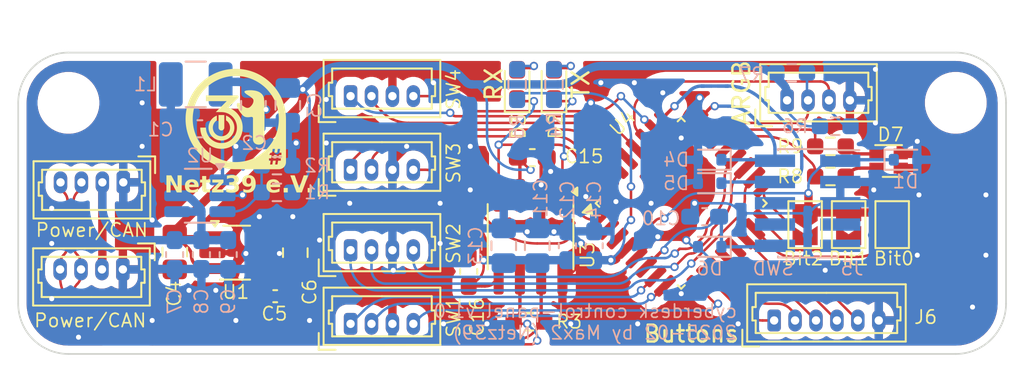
<source format=kicad_pcb>
(kicad_pcb (version 20240108) (generator "pcbnew") (generator_version "8.0")
  (layers (0 "F.Cu" signal) (31 "B.Cu" signal) (34 "B.Paste" user) (35 "F.Paste" user) (36 "B.SilkS" user "B.Silkscreen") (37 "F.SilkS" user "F.Silkscreen") (38 "B.Mask" user) (39 "F.Mask" user) (44 "Edge.Cuts" user))
  (net 0 "")
  (net 1 "Net-(U2-VBST)")
  (net 2 "Net-(U2-SW)")
  (net 3 "GND")
  (net 4 "+5V")
  (net 5 "Net-(U1-Bypass)")
  (net 6 "+3V3")
  (net 7 "+24V")
  (net 8 "/~{RST}")
  (net 9 "Net-(D2-A)")
  (net 10 "/CAN_TX")
  (net 11 "/CAN_RX")
  (net 12 "Net-(D3-A)")
  (net 13 "/SWDIO")
  (net 14 "/SWCLK")
  (net 15 "Net-(D7-A2)")
  (net 16 "Net-(D7-A1)")
  (net 17 "/Encoder0_B")
  (net 18 "/Encoder0_Button")
  (net 19 "/CAN+")
  (net 20 "/CAN-")
  (net 21 "/Encoder0_A")
  (net 22 "/Encoder1_B")
  (net 27 "/PA6")
  (net 28 "/Encoder1_Button")
  (net 29 "/Encoder1_A")
  (net 30 "/PA7")
  (net 31 "/PA4")
  (net 32 "/PA5")
  (net 33 "/PA3")
  (net 34 "/Encoder2_A")
  (net 35 "/ledClock")
  (net 36 "/ledData")
  (net 37 "/adressBit2")
  (net 38 "/adressBit1")
  (net 39 "/adressBit0")
  (net 40 "/Encoder2_B")
  (net 41 "/Encoder2_Button")
  (net 42 "/Encoder3_A")
  (net 43 "/Encoder3_Button")
  (net 44 "Net-(U2-VFB)")
  (net 45 "/Status_LED_Red")
  (net 46 "/Status_LED_Green")
  (net 47 "/Encoder3_B")
  (footprint "MountingHole:MountingHole_3.2mm_M3_ISO14580" (layer "F.Cu") (at 111 94)
    (property "Reference" "H2" (hide yes))
    (property "Value" "MountingHole")
  )
  (footprint "Jumper:SolderJumper-2_P1.3mm_Open_TrianglePad1.0x1.5mm" (layer "F.Cu") (at 104.6 101.275 -90)
    (property "Reference" "JP2" (hide yes))
    (property "Value" "SolderJumper_2_Open")
  )
  (footprint "Connector_Molex:Molex_PicoBlade_53047-0410_1x04_P1.25mm_Vertical" (layer "F.Cu") (at 74.85 107.2)
    (property "Reference" "SW1")
    (property "Value" "RotaryEncoder_Switch")
  )
  (footprint "Resistor_SMD:R_0603_1608Metric_Pad0.98x0.95mm_HandSolder" (layer "F.Cu") (at 103.5125 98.4)
    (property "Reference" "R8")
    (property "Value" "390R")
  )
  (footprint "Capacitor_SMD:C_0603_1608Metric_Pad1.08x0.95mm_HandSolder" (layer "F.Cu") (at 81.905 104.075 90)
    (property "Reference" "C16")
    (property "Value" "100n")
  )
  (footprint "Capacitor_SMD:C_0805_2012Metric_Pad1.18x1.45mm_HandSolder" (layer "F.Cu") (at 64.349372 102.9125 -90)
    (property "Reference" "C4")
    (property "Value" "1u")
  )
  (footprint "Connector_Molex:Molex_PicoBlade_53047-0410_1x04_P1.25mm_Vertical" (layer "F.Cu") (at 61.25 103.95 180)
    (property "Reference" "J4" (hide yes))
    (property "Value" "Power/CAN")
  )
  (footprint "MountingHole:MountingHole_3.2mm_M3_ISO14580" (layer "F.Cu") (at 58 94)
    (property "Reference" "H1" (hide yes))
    (property "Value" "MountingHole")
  )
  (footprint "Connector_Molex:Molex_PicoBlade_53047-0410_1x04_P1.25mm_Vertical" (layer "F.Cu") (at 61.275 98.75 180)
    (property "Reference" "J2" (hide yes))
    (property "Value" "Power/CAN")
  )
  (footprint "Package_SO:SOIC-8_3.9x4.9mm_P1.27mm" (layer "F.Cu") (at 85.6 102 -90)
    (property "Reference" "U3")
    (property "Value" "TJA1051T-3")
  )
  (footprint "Package_TO_SOT_SMD:SOT-23-5_HandSoldering" (layer "F.Cu") (at 67.949372 102.95)
    (property "Reference" "U1")
    (property "Value" "TC1185-xCT")
  )
  (footprint "Connector_Molex:Molex_PicoBlade_53047-0410_1x04_P1.25mm_Vertical" (layer "F.Cu") (at 74.85 93.6)
    (property "Reference" "SW4")
    (property "Value" "RotaryEncoder_Switch")
  )
  (footprint "Resistor_SMD:R_0603_1608Metric_Pad0.98x0.95mm_HandSolder" (layer "F.Cu") (at 85.505 107.075 180)
    (property "Reference" "R3")
    (property "Value" "120R")
  )
  (footprint "LED_SMD:LED_0603_1608Metric_Pad1.05x0.95mm_HandSolder" (layer "F.Cu") (at 87 92.9 90)
    (property "Reference" "D2")
    (property "Value" "150060BS75000")
  )
  (footprint "Connector_Molex:Molex_PicoBlade_53047-0410_1x04_P1.25mm_Vertical" (layer "F.Cu") (at 74.85 98)
    (property "Reference" "SW3")
    (property "Value" "RotaryEncoder_Switch")
  )
  (footprint "Jumper:SolderJumper-2_P1.3mm_Open_TrianglePad1.0x1.5mm" (layer "F.Cu") (at 102 101.275 -90)
    (property "Reference" "JP3" (hide yes))
    (property "Value" "SolderJumper_2_Open")
  )
  (footprint "Capacitor_SMD:C_0402_1005Metric_Pad0.74x0.62mm_HandSolder" (layer "F.Cu") (at 70.349372 105.55)
    (property "Reference" "C5")
    (property "Value" "470p")
  )
  (footprint "LED_SMD:LED_0603_1608Metric_Pad1.05x0.95mm_HandSolder" (layer "F.Cu") (at 84.8 92.9 90)
    (property "Reference" "D3")
    (property "Value" "150060BS75000")
  )
  (footprint "Resistor_SMD:R_0603_1608Metric_Pad0.98x0.95mm_HandSolder" (layer "F.Cu") (at 103.5125 96.6)
    (property "Reference" "R9")
    (property "Value" "220R")
  )
  (footprint "Capacitor_SMD:C_0603_1608Metric_Pad1.08x0.95mm_HandSolder" (layer "F.Cu") (at 85.705 97.275)
    (property "Reference" "C15")
    (property "Value" "100n")
  )
  (footprint "Jumper:SolderJumper-2_P1.3mm_Open_TrianglePad1.0x1.5mm" (layer "F.Cu") (at 107.2 101.275 -90)
    (property "Reference" "JP1" (hide yes))
    (property "Value" "SolderJumper_2_Open")
  )
  (footprint "extraFootprints:LED_LiteOn_LTST-C195TGKRKT" (layer "F.Cu") (at 106.9875 97.475 90)
    (property "Reference" "D7")
    (property "Value" "LTST-C195TGKRKT")
  )
  (footprint "Package_QFP:LQFP-32_7x7mm_P0.8mm" (layer "F.Cu") (at 94.6 100 45)
    (property "Reference" "U4")
    (property "Value" "STM32G0B1KETx")
  )
  (footprint "Connector_Molex:Molex_PicoBlade_53047-0610_1x06_P1.25mm_Vertical" (layer "F.Cu") (at 100.15 107)
    (property "Reference" "J6")
    (property "Value" "Conn_01x06_Pin")
  )
  (footprint "Connector_Molex:Molex_PicoBlade_53047-0410_1x04_P1.25mm_Vertical" (layer "F.Cu") (at 74.85 102.8)
    (property "Reference" "SW2")
    (property "Value" "RotaryEncoder_Switch")
  )
  (footprint "Capacitor_SMD:C_0805_2012Metric_Pad1.18x1.45mm_HandSolder" (layer "F.Cu") (at 71.549372 102.95 -90)
    (property "Reference" "C6")
    (property "Value" "1u")
  )
  (footprint "Connector_Molex:Molex_PicoBlade_53047-0410_1x04_P1.25mm_Vertical" (layer "F.Cu") (at 100.925 93.85)
    (property "Reference" "J7" (hide yes))
    (property "Value" "ARGB")
  )
  (footprint "Capacitor_SMD:C_0805_2012Metric_Pad1.18x1.45mm_HandSolder" (layer "B.Cu") (at 86 102.5375 90)
    (property "Reference" "C11")
    (property "Value" "1u")
  )
  (footprint "Resistor_SMD:R_0603_1608Metric_Pad0.98x0.95mm_HandSolder" (layer "B.Cu") (at 84.8 92.9125 -90)
    (property "Reference" "R5")
    (property "Value" "1k2")
  )
  (footprint "Capacitor_SMD:C_0603_1608Metric_Pad1.08x0.95mm_HandSolder" (layer "B.Cu") (at 96 100.8 180)
    (property "Reference" "C10")
    (property "Value" "100n")
  )
  (footprint "Capacitor_SMD:C_0805_2012Metric_Pad1.18x1.45mm_HandSolder" (layer "B.Cu") (at 71.1 94.15 90)
    (property "Reference" "C3")
    (property "Value" "22u")
  )
  (footprint "Package_TO_SOT_SMD:SOT-23-6_Handsoldering" (layer "B.Cu") (at 65.85 99.55 180)
    (property "Reference" "U2")
    (property "Value" "TPP361061-T6TR")
  )
  (footprint "Diode_SMD:D_SOD-523" (layer "B.Cu") (at 108 97.4)
    (property "Reference" "D1")
    (property "Value" "ESD5Zxx")
  )
  (footprint "Diode_SMD:D_SOD-523" (layer "B.Cu") (at 96.3 98.8 180)
    (property "Reference" "D5")
    (property "Value" "ESD5Zxx")
  )
  (footprint "Capacitor_SMD:C_0805_2012Metric_Pad1.18x1.45mm_HandSolder" (layer "B.Cu") (at 84 102.5375 -90)
    (property "Reference" "C13")
    (property "Value" "10u")
  )
  (footprint "Capacitor_SMD:C_0603_1608Metric_Pad1.08x0.95mm_HandSolder" (layer "B.Cu") (at 64.340625 103.0625 90)
    (property "Reference" "C7")
    (property "Value" "10u 35V")
  )
  (footprint "Diode_SMD:D_SOD-523" (layer "B.Cu") (at 96.3 102.6 180)
    (property "Reference" "D6")
    (property "Value" "ESD5Zxx")
  )
  (footprint "Inductor_SMD:L_1210_3225Metric_Pad1.42x2.65mm_HandSolder" (layer "B.Cu") (at 65.6 92.9)
    (property "Reference" "L1")
    (property "Value" "10u")
  )
  (footprint "Resistor_SMD:R_0603_1608Metric_Pad0.98x0.95mm_HandSolder" (layer "B.Cu") (at 70.45 99.35 180)
    (property "Reference" "R1")
    (property "Value" "20k")
  )
  (footprint "Capacitor_SMD:C_0603_1608Metric_Pad1.08x0.95mm_HandSolder" (layer "B.Cu") (at 87.8 102.5375 90)
    (property "Reference" "C12")
    (property "Value" "100n")
  )
  (footprint "Connector_PinHeader_1.27mm:PinHeader_2x05_P1.27mm_Vertical_SMD" (layer "B.Cu") (at 102.15 100 180)
    (property "Reference" "J5")
    (property "Value" "SWD")
  )
  (footprint "Capacitor_SMD:C_0603_1608Metric_Pad1.08x0.95mm_HandSolder" (layer "B.Cu") (at 65.940625 103.0625 90)
    (property "Reference" "C8")
    (property "Value" "10u 35V")
  )
  (footprint "Resistor_SMD:R_0603_1608Metric_Pad0.98x0.95mm_HandSolder" (layer "B.Cu") (at 87 92.9125 -90)
    (property "Reference" "R4")
    (property "Value" "1k2")
  )
  (footprint "Capacitor_SMD:C_0603_1608Metric_Pad1.08x0.95mm_HandSolder" (layer "B.Cu") (at 65.85 95.55 180)
    (property "Reference" "C1")
    (property "Value" "100n")
  )
  (footprint "Diode_SMD:D_SOD-523" (layer "B.Cu") (at 96.3 97.4 180)
    (property "Reference" "D4")
    (property "Value" "ESD5Zxx")
  )
  (footprint "Resistor_SMD:R_0603_1608Metric_Pad0.98x0.95mm_HandSolder" (layer "B.Cu") (at 103.8 95.4)
    (property "Reference" "R6")
    (property "Value" "2k2")
  )
  (footprint "Resistor_SMD:R_0603_1608Metric_Pad0.98x0.95mm_HandSolder" (layer "B.Cu") (at 101.2 92.2)
    (property "Reference" "R7")
    (property "Value" "2k2")
  )
  (footprint "Capacitor_SMD:C_0805_2012Metric_Pad1.18x1.45mm_HandSolder" (layer "B.Cu") (at 69.05 94.15 90)
    (property "Reference" "C2")
    (property "Value" "22u")
  )
  (footprint "Capacitor_SMD:C_0603_1608Metric_Pad1.08x0.95mm_HandSolder" (layer "B.Cu") (at 67.540625 103.0625 90)
    (property "Reference" "C9")
    (property "Value" "100n 35V")
  )
  (footprint "Capacitor_SMD:C_0603_1608Metric_Pad1.08x0.95mm_HandSolder" (layer "B.Cu") (at 89.4 102.5375 -90)
    (property "Reference" "C14")
    (property "Value" "100n")
  )
  (footprint "Resistor_SMD:R_0603_1608Metric_Pad0.98x0.95mm_HandSolder" (layer "B.Cu") (at 70.45 97.75 180)
    (property "Reference" "R2")
    (property "Value" "2k7")
  )
  (gr_poly (pts (xy 66.971442 94.72855) (xy 67.307992 94.72855) (xy 67.307992 95.475734) (xy 67.307746 95.485201) (xy 67.307016 95.494543) (xy 67.305815 95.503747) (xy 67.304155 95.5128) (xy 67.302049 95.521689) (xy 67.299508 95.5304) (xy 67.296546 95.538921) (xy 67.293175 95.547237) (xy 67.289407 95.555337) (xy 67.285254 95.563206) (xy 67.280729 95.570832) (xy 67.275845 95.578202) (xy 67.270613 95.585301) (xy 67.265046 95.592118) (xy 67.259157 95.598639) (xy 67.252958 95.60485) (xy 67.246462 95.610739) (xy 67.23968 95.616292) (xy 67.232625 95.621497) (xy 67.225309 95.626339) (xy 67.217746 95.630807) (xy 67.209947 95.634886) (xy 67.201925 95.638563) (xy 67.193692 95.641826) (xy 67.18526 95.644661) (xy 67.176643 95.647054) (xy 67.167851 95.648994) (xy 67.158899 95.650466) (xy 67.149798 95.651458) (xy 67.14056 95.651955) (xy 67.131198 95.651946) (xy 67.121725 95.651417) (xy 67.113454 95.650625) (xy 67.105316 95.649445) (xy 67.097318 95.647887) (xy 67.089471 95.64596) (xy 67.081781 95.643673) (xy 67.074258 95.641036) (xy 67.06691 95.638058) (xy 67.059746 95.634748) (xy 67.052774 95.631116) (xy 67.046003 95.62717) (xy 67.039442 95.622921) (xy 67.033098 95.618377) (xy 67.02698 95.613548) (xy 67.021098 95.608443) (xy 67.015458 95.603071) (xy 67.010071 95.597442) (xy 67.004944 95.591565) (xy 67.000086 95.585449) (xy 66.995505 95.579103) (xy 66.991211 95.572538) (xy 66.987211 95.565762) (xy 66.983514 95.558784) (xy 66.980129 95.551614) (xy 66.977064 95.544261) (xy 66.974328 95.536734) (xy 66.971929 95.529043) (xy 66.969875 95.521197) (xy 66.968176 95.513205) (xy 66.966839 95.505077) (xy 66.965874 95.496822) (xy 66.965289 95.488448) (xy 66.965092 95.479967) (xy 66.965092 94.730667) (xy 66.965187 94.730485) (xy 66.965456 94.730005) (xy 66.965647 94.729685) (xy 66.965873 94.729327) (xy 66.96613 94.728945) (xy 66.966415 94.72855) (xy 66.966724 94.728155) (xy 66.967055 94.727773) (xy 66.967228 94.72759) (xy 66.967405 94.727415) (xy 66.967586 94.72725) (xy 66.967771 94.727095) (xy 66.967958 94.726953) (xy 66.968148 94.726824) (xy 66.968341 94.726711) (xy 66.968535 94.726615) (xy 66.968731 94.726538) (xy 66.968929 94.726481) (xy 66.969127 94.726446) (xy 66.969325 94.726433)) (stroke (width -0.000001)) (fill solid) (layer "F.SilkS"))
  (gr_poly (pts (xy 70.408908 97.317233) (xy 70.241691 97.317233) (xy 70.275558 97.118267) (xy 70.442775 97.118267)) (stroke (width -0.000001)) (fill solid) (layer "F.SilkS"))
  (gr_poly (pts (xy 68.899891 93.247909) (xy 68.932703 93.249128) (xy 68.965342 93.251117) (xy 69.021847 93.255933) (xy 69.078451 93.262659) (xy 69.134857 93.271618) (xy 69.162893 93.277035) (xy 69.190767 93.283132) (xy 69.218443 93.289947) (xy 69.245883 93.297522) (xy 69.27305 93.305898) (xy 69.299908 93.315113) (xy 69.326418 93.325209) (xy 69.352543 93.336226) (xy 69.378247 93.348204) (xy 69.403492 93.361184) (xy 69.427161 93.375965) (xy 69.450468 93.391722) (xy 69.473297 93.408441) (xy 69.495534 93.426106) (xy 69.517064 93.4447) (xy 69.537772 93.46421) (xy 69.557544 93.484618) (xy 69.576265 93.505911) (xy 69.59382 93.528071) (xy 69.610094 93.551084) (xy 69.624973 93.574934) (xy 69.638343 93.599606) (xy 69.650087 93.625084) (xy 69.655314 93.638121) (xy 69.660092 93.651353) (xy 69.664407 93.664779) (xy 69.668243 93.678397) (xy 69.671588 93.692205) (xy 69.674425 93.7062) (xy 69.680316 93.743951) (xy 69.685339 93.781793) (xy 69.693078 93.857707) (xy 69.698238 93.93387) (xy 69.701413 94.010206) (xy 69.706175 94.3158) (xy 69.706175 96.165767) (xy 69.704748 96.205956) (xy 69.69945 96.243576) (xy 69.690538 96.278624) (xy 69.67827 96.311098) (xy 69.662905 96.340995) (xy 69.6447 96.368313) (xy 69.623914 96.39305) (xy 69.600805 96.415203) (xy 69.575631 96.43477) (xy 69.54865 96.451749) (xy 69.52012 96.466138) (xy 69.4903 96.477934) (xy 69.459447 96.487134) (xy 69.42782 96.493738) (xy 69.395677 96.497741) (xy 69.363275 96.499142) (xy 69.330874 96.497938) (xy 69.29873 96.494128) (xy 69.267103 96.487709) (xy 69.236251 96.478678) (xy 69.20643 96.467033) (xy 69.177901 96.452773) (xy 69.15092 96.435893) (xy 69.125746 96.416394) (xy 69.102637 96.39427) (xy 69.081851 96.369522) (xy 69.063646 96.342146) (xy 69.048281 96.312139) (xy 69.036013 96.279501) (xy 69.0271 96.244227) (xy 69.021802 96.206317) (xy 69.020375 96.165767) (xy 69.020375 94.897884) (xy 69.022492 94.9) (xy 69.018682 94.891306) (xy 69.014412 94.883456) (xy 69.009704 94.876413) (xy 69.004583 94.870139) (xy 68.999071 94.8646) (xy 68.993191 94.859756) (xy 68.986967 94.855572) (xy 68.980423 94.852011) (xy 68.973581 94.849036) (xy 68.966464 94.846611) (xy 68.959096 94.844697) (xy 68.951501 94.843259) (xy 68.9437 94.84226) (xy 68.935719 94.841663) (xy 68.927579 94.841431) (xy 68.919304 94.841527) (xy 68.902443 94.842557) (xy 68.885322 94.844458) (xy 68.851041 94.849696) (xy 68.817952 94.854885) (xy 68.802319 94.856724) (xy 68.787541 94.857667) (xy 68.750686 94.859664) (xy 68.713359 94.860544) (xy 68.69462 94.860403) (xy 68.675883 94.859788) (xy 68.65719 94.858633) (xy 68.638581 94.856873) (xy 68.620096 94.854444) (xy 68.601775 94.85128) (xy 68.583659 94.847316) (xy 68.565788 94.842486) (xy 68.548202 94.836727) (xy 68.530941 94.829973) (xy 68.514046 94.822158) (xy 68.497558 94.813217) (xy 68.484679 94.80541) (xy 68.472216 94.797094) (xy 68.460137 94.788307) (xy 68.448412 94.779086) (xy 68.437009 94.769468) (xy 68.425897 94.75949) (xy 68.415046 94.74919) (xy 68.404425 94.738605) (xy 68.394001 94.727771) (xy 68.383746 94.716727) (xy 68.363613 94.694155) (xy 68.323991 94.648117) (xy 68.294337 94.611997) (xy 68.26575 94.575059) (xy 68.238303 94.537277) (xy 68.212073 94.498628) (xy 68.199436 94.478969) (xy 68.187131 94.459085) (xy 68.175168 94.438971) (xy 68.163555 94.418624) (xy 68.152301 94.398042) (xy 68.141417 94.377221) (xy 68.13091 94.356158) (xy 68.120791 94.33485) (xy 68.088876 94.25822) (xy 68.080688 94.237551) (xy 68.073055 94.216569) (xy 68.066296 94.19542) (xy 68.060731 94.174248) (xy 68.056679 94.153201) (xy 68.05532 94.142769) (xy 68.05446 94.132423) (xy 68.054137 94.122181) (xy 68.054392 94.112061) (xy 68.055265 94.102082) (xy 68.056795 94.092261) (xy 68.059024 94.082616) (xy 68.061989 94.073167) (xy 68.065733 94.06393) (xy 68.070293 94.054925) (xy 68.075711 94.04617) (xy 68.082026 94.037683) (xy 68.089279 94.029481) (xy 68.097508 94.021584) (xy 68.105597 94.015196) (xy 68.113974 94.01027) (xy 68.122618 94.006729) (xy 68.131507 94.004498) (xy 68.140619 94.003498) (xy 68.149933 94.003655) (xy 68.159426 94.004891) (xy 68.169078 94.007131) (xy 68.178866 94.010298) (xy 68.188769 94.014316) (xy 68.198764 94.019108) (xy 68.208831 94.024598) (xy 68.218948 94.030709) (xy 68.229093 94.037366) (xy 68.249379 94.052011) (xy 68.269516 94.067921) (xy 68.289331 94.084484) (xy 68.327299 94.117132) (xy 68.345104 94.131993) (xy 68.361893 94.145066) (xy 68.377491 94.155738) (xy 68.384789 94.159984) (xy 68.391725 94.1634) (xy 68.448875 94.203617) (xy 68.467958 94.216284) (xy 68.477562 94.222555) (xy 68.48724 94.228752) (xy 68.497017 94.23485) (xy 68.506918 94.240824) (xy 68.516968 94.246649) (xy 68.527192 94.2523) (xy 68.548691 94.264295) (xy 68.570302 94.274835) (xy 68.591988 94.283856) (xy 68.613711 94.291293) (xy 68.635433 94.29708) (xy 68.657119 94.301153) (xy 68.67873 94.303446) (xy 68.700229 94.303894) (xy 68.710925 94.303406) (xy 68.72158 94.302432) (xy 68.732188 94.300964) (xy 68.742744 94.298995) (xy 68.753245 94.296516) (xy 68.763686 94.293518) (xy 68.774061 94.289994) (xy 68.784367 94.285935) (xy 68.794598 94.281334) (xy 68.80475 94.276182) (xy 68.814818 94.270472) (xy 68.824798 94.264194) (xy 68.834685 94.257341) (xy 68.844474 94.249905) (xy 68.854161 94.241877) (xy 68.863742 94.23325) (xy 68.88497 94.213544) (xy 68.905678 94.192583) (xy 68.925691 94.170449) (xy 68.944836 94.147228) (xy 68.96294 94.123001) (xy 68.979828 94.097854) (xy 68.995326 94.071869) (xy 69.009263 94.045131) (xy 69.021462 94.017724) (xy 69.031752 93.98973) (xy 69.036127 93.97554) (xy 69.039958 93.961234) (xy 69.043226 93.946824) (xy 69.045907 93.93232) (xy 69.047981 93.917732) (xy 69.049425 93.90307) (xy 69.050219 93.888346) (xy 69.050339 93.87357) (xy 69.049765 93.858751) (xy 69.048475 93.843902) (xy 69.046446 93.829031) (xy 69.043658 93.81415) (xy 69.041059 93.807104) (xy 69.038044 93.800247) (xy 69.034645 93.79357) (xy 69.030892 93.787063) (xy 69.026817 93.780718) (xy 69.02245 93.774525) (xy 69.017823 93.768474) (xy 69.012967 93.762556) (xy 69.007912 93.756763) (xy 69.002689 93.751084) (xy 68.997331 93.745511) (xy 68.991866 93.740034) (xy 68.980745 93.729331) (xy 68.969575 93.7189) (xy 68.961637 93.711856) (xy 68.9537 93.70501) (xy 68.945762 93.698362) (xy 68.937825 93.691913) (xy 68.929887 93.685662) (xy 68.92195 93.67961) (xy 68.914012 93.673756) (xy 68.906075 93.6681) (xy 68.900832 93.661889) (xy 68.893175 93.6548) (xy 68.871431 93.638198) (xy 68.807915 93.596762) (xy 68.728523 93.54714) (xy 68.686936 93.520306) (xy 68.646254 93.492681) (xy 68.608103 93.464685) (xy 68.574106 93.436734) (xy 68.545888 93.409249) (xy 68.534455 93.395812) (xy 68.525075 93.382648) (xy 68.517953 93.369809) (xy 68.513291 93.357349) (xy 68.511292 93.345318) (xy 68.51216 93.33377) (xy 68.516098 93.322757) (xy 68.523308 93.312331) (xy 68.533994 93.302545) (xy 68.548358 93.29345) (xy 68.533542 93.301917) (xy 68.542814 93.295883) (xy 68.55236 93.290453) (xy 68.562154 93.285588) (xy 68.572171 93.281246) (xy 68.582386 93.277389) (xy 68.592775 93.273974) (xy 68.603313 93.270963) (xy 68.613975 93.268315) (xy 68.624736 93.265989) (xy 68.635572 93.263945) (xy 68.657367 93.260543) (xy 68.679162 93.257785) (xy 68.700759 93.25535) (xy 68.734092 93.252477) (xy 68.7674 93.250224) (xy 68.800659 93.248616) (xy 68.833844 93.247677) (xy 68.866929 93.247433)) (stroke (width -0.000001)) (fill solid) (layer "F.SilkS"))
  (gr_poly (pts (xy 68.076448 93.556016) (xy 68.080736 93.556314) (xy 68.084968 93.55681) (xy 68.08914 93.557504) (xy 68.093251 93.558397) (xy 68.097297 93.559489) (xy 68.101275 93.560779) (xy 68.105181 93.562267) (xy 68.109013 93.563954) (xy 68.112767 93.565839) (xy 68.116441 93.567922) (xy 68.120031 93.570204) (xy 68.123534 93.572685) (xy 68.126947 93.575364) (xy 68.130267 93.578241) (xy 68.133491 93.581317) (xy 68.136567 93.584547) (xy 68.139444 93.587881) (xy 68.142123 93.591313) (xy 68.144604 93.594835) (xy 68.146886 93.598442) (xy 68.148969 93.602125) (xy 68.150855 93.605878) (xy 68.152541 93.609693) (xy 68.15403 93.613565) (xy 68.155319 93.617485) (xy 68.156411 93.621447) (xy 68.157304 93.625444) (xy 68.157998 93.629469) (xy 68.158494 93.633515) (xy 68.158792 93.637575) (xy 68.158891 93.641642) (xy 68.158792 93.645709) (xy 68.158494 93.649768) (xy 68.157998 93.653814) (xy 68.157304 93.657839) (xy 68.156411 93.661836) (xy 68.155319 93.665799) (xy 68.15403 93.669719) (xy 68.152541 93.67359) (xy 68.150855 93.677406) (xy 68.148969 93.681159) (xy 68.146886 93.684842) (xy 68.144604 93.688448) (xy 68.142123 93.691971) (xy 68.139444 93.695403) (xy 68.136567 93.698737) (xy 68.133491 93.701967) (xy 67.553525 94.281933) (xy 67.600853 94.299482) (xy 67.647169 94.318759) (xy 67.692441 94.33972) (xy 67.736637 94.362321) (xy 67.779724 94.386518) (xy 67.821671 94.412265) (xy 67.862445 94.439518) (xy 67.902014 94.468233) (xy 67.940346 94.498365) (xy 67.977408 94.529869) (xy 68.013169 94.562701) (xy 68.047597 94.596816) (xy 68.080658 94.63217) (xy 68.112322 94.668719) (xy 68.142556 94.706416) (xy 68.171327 94.745219) (xy 68.198603 94.785082) (xy 68.224353 94.825961) (xy 68.248545 94.867811) (xy 68.271145 94.910588) (xy 68.292122 94.954246) (xy 68.311444 94.998743) (xy 68.329078 95.044032) (xy 68.344993 95.09007) (xy 68.359155 95.136812) (xy 68.371534 95.184213) (xy 68.382097 95.232228) (xy 68.390811 95.280814) (xy 68.397645 95.329925) (xy 68.402566 95.379518) (xy 68.405542 95.429546) (xy 68.406541 95.479967) (xy 68.404893 95.545246) (xy 68.4 95.609664) (xy 68.391942 95.673142) (xy 68.380798 95.7356) (xy 68.366649 95.796959) (xy 68.349573 95.857139) (xy 68.32965 95.916061) (xy 68.306959 95.973646) (xy 68.28158 96.029814) (xy 68.253592 96.084485) (xy 68.223075 96.137581) (xy 68.190108 96.189021) (xy 68.154771 96.238726) (xy 68.117142 96.286618) (xy 68.077303 96.332615) (xy 68.035331 96.37664) (xy 67.991306 96.418611) (xy 67.945309 96.458451) (xy 67.897418 96.496079) (xy 67.847712 96.531417) (xy 67.796272 96.564384) (xy 67.743177 96.594901) (xy 67.688505 96.622888) (xy 67.632337 96.648267) (xy 67.574753 96.670958) (xy 67.51583 96.690881) (xy 67.45565 96.707957) (xy 67.394291 96.722107) (xy 67.331833 96.73325) (xy 67.268355 96.741308) (xy 67.203937 96.746201) (xy 67.138658 96.74785) (xy 67.073379 96.746201) (xy 67.008961 96.741308) (xy 66.945483 96.73325) (xy 66.883025 96.722107) (xy 66.821666 96.707957) (xy 66.761486 96.690881) (xy 66.702563 96.670958) (xy 66.644979 96.648267) (xy 66.588811 96.622888) (xy 66.534139 96.594901) (xy 66.481044 96.564384) (xy 66.429604 96.531417) (xy 66.379898 96.496079) (xy 66.332007 96.458451) (xy 66.28601 96.418611) (xy 66.241985 96.37664) (xy 66.200013 96.332615) (xy 66.160174 96.286618) (xy 66.122545 96.238726) (xy 66.087208 96.189021) (xy 66.054241 96.137581) (xy 66.023724 96.084485) (xy 65.995736 96.029814) (xy 65.970357 95.973646) (xy 65.947667 95.916061) (xy 65.927743 95.857139) (xy 65.910667 95.796959) (xy 65.896518 95.7356) (xy 65.885375 95.673142) (xy 65.877317 95.609664) (xy 65.872424 95.545246) (xy 65.870775 95.479967) (xy 66.213675 95.479967) (xy 66.21488 95.527688) (xy 66.218458 95.574768) (xy 66.22435 95.621151) (xy 66.232497 95.666779) (xy 66.242841 95.711595) (xy 66.255323 95.755541) (xy 66.269885 95.798559) (xy 66.286468 95.840594) (xy 66.305014 95.881586) (xy 66.325464 95.92148) (xy 66.347759 95.960217) (xy 66.371842 95.99774) (xy 66.397653 96.033992) (xy 66.425134 96.068915) (xy 66.454227 96.102452) (xy 66.484873 96.134546) (xy 66.517013 96.165139) (xy 66.550589 96.194174) (xy 66.585543 96.221594) (xy 66.621815 96.247341) (xy 66.659348 96.271358) (xy 66.698083 96.293587) (xy 66.737961 96.313972) (xy 66.778924 96.332454) (xy 66.820913 96.348977) (xy 66.86387 96.363483) (xy 66.907736 96.375914) (xy 66.952453 96.386214) (xy 66.997963 96.394325) (xy 67.044205 96.40019) (xy 67.091123 96.40375) (xy 67.138658 96.40495) (xy 67.186193 96.403744) (xy 67.233111 96.400166) (xy 67.279353 96.394274) (xy 67.324863 96.386127) (xy 67.36958 96.375783) (xy 67.413446 96.363301) (xy 67.456403 96.34874) (xy 67.498392 96.332156) (xy 67.539355 96.313611) (xy 67.579233 96.293161) (xy 67.617968 96.270865) (xy 67.655501 96.246783) (xy 67.691773 96.220972) (xy 67.726727 96.193491) (xy 67.760303 96.164398) (xy 67.792443 96.133752) (xy 67.823089 96.101612) (xy 67.852182 96.068036) (xy 67.879663 96.033082) (xy 67.905474 95.99681) (xy 67.929557 95.959277) (xy 67.951852 95.920542) (xy 67.972302 95.880664) (xy 67.990848 95.839701) (xy 68.007431 95.797712) (xy 68.021993 95.754755) (xy 68.034475 95.710888) (xy 68.044819 95.666171) (xy 68.052966 95.620662) (xy 68.058858 95.574419) (xy 68.062436 95.527501) (xy 68.063641 95.479967) (xy 68.062436 95.432432) (xy 68.058858 95.385514) (xy 68.052966 95.339271) (xy 68.044819 95.293762) (xy 68.034475 95.249045) (xy 68.021993 95.205179) (xy 68.007431 95.162222) (xy 67.990848 95.120233) (xy 67.972302 95.07927) (xy 67.951852 95.039392) (xy 67.929557 95.000657) (xy 67.905474 94.963124) (xy 67.879663 94.926851) (xy 67.852182 94.891898) (xy 67.823089 94.858322) (xy 67.792443 94.826181) (xy 67.760303 94.795536) (xy 67.726727 94.766443) (xy 67.691773 94.738962) (xy 67.655501 94.713151) (xy 67.617968 94.689068) (xy 67.579233 94.666773) (xy 67.539355 94.646323) (xy 67.498392 94.627777) (xy 67.456403 94.611194) (xy 67.413446 94.596632) (xy 67.36958 94.58415) (xy 67.324863 94.573806) (xy 67.279353 94.565659) (xy 67.233111 94.559767) (xy 67.186193 94.556189) (xy 67.138658 94.554984) (xy 66.795758 94.554984) (xy 67.451925 93.898817) (xy 66.211558 93.898817) (xy 66.211558 93.555917) (xy 68.072108 93.555917)) (stroke (width -0.000001)) (fill solid) (layer "F.SilkS"))
  (gr_poly (pts (xy 68.148219 91.972323) (xy 68.300621 91.983916) (xy 68.45081 92.003006) (xy 68.598596 92.029403) (xy 68.74379 92.06292) (xy 68.886202 92.103367) (xy 69.025644 92.150554) (xy 69.161927 92.204293) (xy 69.294861 92.264394) (xy 69.424257 92.330669) (xy 69.549926 92.402927) (xy 69.67168 92.480981) (xy 69.789328 92.564641) (xy 69.902682 92.653717) (xy 70.011552 92.748021) (xy 70.11575 92.847363) (xy 70.215086 92.951554) (xy 70.309371 93.060406) (xy 70.398416 93.173729) (xy 70.482032 93.291334) (xy 70.56003 93.413031) (xy 70.632221 93.538632) (xy 70.698414 93.667948) (xy 70.758423 93.800789) (xy 70.812056 93.936966) (xy 70.859126 94.07629) (xy 70.899442 94.218573) (xy 70.932816 94.363624) (xy 70.959059 94.511254) (xy 70.977981 94.661276) (xy 70.989394 94.813499) (xy 70.993108 94.967734) (xy 70.993108 97.539483) (xy 70.992554 97.561381) (xy 70.990911 97.583004) (xy 70.988204 97.604323) (xy 70.98446 97.625312) (xy 70.979705 97.645942) (xy 70.973965 97.666187) (xy 70.967268 97.686019) (xy 70.959638 97.70541) (xy 70.951104 97.724333) (xy 70.94169 97.74276) (xy 70.931424 97.760664) (xy 70.920331 97.778018) (xy 70.908439 97.794793) (xy 70.895773 97.810962) (xy 70.882359 97.826498) (xy 70.868225 97.841373) (xy 70.853396 97.85556) (xy 70.837899 97.869031) (xy 70.82176 97.881758) (xy 70.805006 97.893715) (xy 70.787663 97.904873) (xy 70.769756 97.915206) (xy 70.751314 97.924685) (xy 70.732361 97.933283) (xy 70.712925 97.940972) (xy 70.693031 97.947726) (xy 70.672707 97.953516) (xy 70.651977 97.958315) (xy 70.63087 97.962095) (xy 70.609411 97.96483) (xy 70.587625 97.96649) (xy 70.565541 97.96705) (xy 67.993792 97.96705) (xy 67.839557 97.963144) (xy 67.687334 97.951551) (xy 67.537312 97.932462) (xy 67.389682 97.906064) (xy 67.244631 97.872547) (xy 67.102348 97.8321) (xy 66.963024 97.784913) (xy 66.826847 97.731174) (xy 66.694006 97.671073) (xy 66.56469 97.604798) (xy 66.439089 97.53254) (xy 66.317392 97.454486) (xy 66.199787 97.370827) (xy 66.086464 97.28175) (xy 65.977612 97.187447) (xy 65.873421 97.088104) (xy 65.774079 96.983913) (xy 65.679775 96.875061) (xy 65.590699 96.761738) (xy 65.507039 96.644134) (xy 65.428985 96.522436) (xy 65.356727 96.396835) (xy 65.290452 96.267519) (xy 65.230351 96.134678) (xy 65.176612 95.998501) (xy 65.129425 95.859177) (xy 65.088978 95.716895) (xy 65.055461 95.571843) (xy 65.029064 95.424213) (xy 65.009974 95.274191) (xy 64.998381 95.121969) (xy 64.994475 94.967734) (xy 65.422042 94.967734) (xy 65.425388 95.100071) (xy 65.43532 95.230671) (xy 65.451675 95.359373) (xy 65.474293 95.486015) (xy 65.503011 95.610435) (xy 65.537667 95.732473) (xy 65.578101 95.851965) (xy 65.62415 95.968751) (xy 65.675654 96.082669) (xy 65.732449 96.193558) (xy 65.794375 96.301255) (xy 65.861271 96.405599) (xy 65.932973 96.506429) (xy 66.009322 96.603582) (xy 66.090155 96.696898) (xy 66.17531 96.786215) (xy 66.264627 96.87137) (xy 66.357943 96.952203) (xy 66.455096 97.028551) (xy 66.555926 97.100254) (xy 66.66027 97.16715) (xy 66.767967 97.229076) (xy 66.878856 97.285871) (xy 66.992774 97.337375) (xy 67.10956 97.383424) (xy 67.229052 97.423858) (xy 67.35109 97.458514) (xy 67.47551 97.487232) (xy 67.602152 97.50985) (xy 67.730854 97.526205) (xy 67.861455 97.536137) (xy 67.993792 97.539483) (xy 68.126129 97.536137) (xy 68.256729 97.526205) (xy 68.385431 97.50985) (xy 68.512073 97.487232) (xy 68.636493 97.458514) (xy 68.758531 97.423858) (xy 68.878023 97.383424) (xy 68.994809 97.337375) (xy 69.039359 97.317233) (xy 69.974991 97.317233) (xy 69.974991 97.456934) (xy 70.078708 97.456934) (xy 70.040608 97.683417) (xy 70.178191 97.683417) (xy 70.216291 97.456934) (xy 70.383508 97.456934) (xy 70.345408 97.683417) (xy 70.482991 97.683417) (xy 70.521091 97.456934) (xy 70.681958 97.456934) (xy 70.681958 97.317233) (xy 70.546491 97.317233) (xy 70.580358 97.118267) (xy 70.720058 97.118267) (xy 70.720058 96.978567) (xy 70.603641 96.978567) (xy 70.641741 96.752084) (xy 70.504158 96.752084) (xy 70.466058 96.978567) (xy 70.298841 96.978567) (xy 70.336941 96.752084) (xy 70.199358 96.752084) (xy 70.161258 96.978567) (xy 70.013091 96.978567) (xy 70.013091 97.118267) (xy 70.137975 97.118267) (xy 70.104108 97.317233) (xy 69.974991 97.317233) (xy 69.039359 97.317233) (xy 69.108727 97.285871) (xy 69.219616 97.229076) (xy 69.327313 97.16715) (xy 69.431657 97.100254) (xy 69.532487 97.028552) (xy 69.62964 96.952203) (xy 69.722956 96.87137) (xy 69.812273 96.786215) (xy 69.897428 96.696898) (xy 69.978261 96.603582) (xy 70.054609 96.506429) (xy 70.126312 96.405599) (xy 70.193208 96.301255) (xy 70.255134 96.193558) (xy 70.311929 96.08267) (xy 70.363433 95.968752) (xy 70.409482 95.851965) (xy 70.449916 95.732473) (xy 70.484572 95.610436) (xy 70.51329 95.486015) (xy 70.535908 95.359373) (xy 70.552263 95.230671) (xy 70.562195 95.100071) (xy 70.565541 94.967734) (xy 70.562195 94.835397) (xy 70.552263 94.704796) (xy 70.535908 94.576094) (xy 70.51329 94.449452) (xy 70.484572 94.325032) (xy 70.449916 94.202994) (xy 70.409482 94.083502) (xy 70.363433 93.966716) (xy 70.311929 93.852798) (xy 70.255134 93.741909) (xy 70.193208 93.634212) (xy 70.126312 93.529868) (xy 70.05461 93.429038) (xy 69.978261 93.331885) (xy 69.897428 93.238569) (xy 69.812273 93.149252) (xy 69.722956 93.064097) (xy 69.62964 92.983264) (xy 69.532487 92.906915) (xy 69.431657 92.835213) (xy 69.327313 92.768317) (xy 69.219616 92.706391) (xy 69.108728 92.649595) (xy 68.99481 92.598092) (xy 68.878023 92.552043) (xy 68.758531 92.511609) (xy 68.636494 92.476953) (xy 68.512073 92.448235) (xy 68.385431 92.425617) (xy 68.256729 92.409262) (xy 68.126129 92.39933) (xy 67.993792 92.395984) (xy 67.861455 92.39933) (xy 67.730854 92.409262) (xy 67.602152 92.425617) (xy 67.47551 92.448235) (xy 67.35109 92.476953) (xy 67.229052 92.511609) (xy 67.10956 92.552043) (xy 66.992774 92.598092) (xy 66.878856 92.649595) (xy 66.767967 92.706391) (xy 66.66027 92.768317) (xy 66.555926 92.835213) (xy 66.455096 92.906915) (xy 66.357943 92.983264) (xy 66.264627 93.064097) (xy 66.17531 93.149252) (xy 66.090155 93.238569) (xy 66.009322 93.331885) (xy 65.932973 93.429038) (xy 65.861271 93.529868) (xy 65.794375 93.634212) (xy 65.732449 93.741909) (xy 65.675654 93.852798) (xy 65.62415 93.966716) (xy 65.578101 94.083502) (xy 65.537667 94.202994) (xy 65.503011 94.325032) (xy 65.474293 94.449452) (xy 65.451675 94.576094) (xy 65.43532 94.704796) (xy 65.425388 94.835397) (xy 65.422042 94.967734) (xy 64.994475 94.967734) (xy 64.998381 94.813499) (xy 65.009974 94.661276) (xy 65.029064 94.511254) (xy 65.055461 94.363624) (xy 65.088978 94.218573) (xy 65.129425 94.07629) (xy 65.176612 93.936966) (xy 65.230351 93.800789) (xy 65.290452 93.667948) (xy 65.356727 93.538632) (xy 65.428985 93.413031) (xy 65.507039 93.291334) (xy 65.590699 93.173729) (xy 65.679775 93.060406) (xy 65.774079 92.951554) (xy 65.873421 92.847363) (xy 65.977612 92.748021) (xy 66.086464 92.653717) (xy 66.199787 92.564641) (xy 66.317392 92.480981) (xy 66.439089 92.402927) (xy 66.56469 92.330669) (xy 66.694006 92.264394) (xy 66.826847 92.204293) (xy 66.963024 92.150554) (xy 67.102348 92.103367) (xy 67.244631 92.06292) (xy 67.389682 92.029403) (xy 67.537312 92.003006) (xy 67.687334 91.983916) (xy 67.839557 91.972323) (xy 67.993792 91.968417)) (stroke (width -0.000001)) (fill solid) (layer "F.SilkS"))
  (gr_poly (pts (xy 67.449699 94.778083) (xy 67.486635 94.795671) (xy 67.522455 94.81512) (xy 67.557097 94.836368) (xy 67.590498 94.859351) (xy 67.622598 94.884009) (xy 67.653333 94.910279) (xy 67.682641 94.9381) (xy 67.710462 94.967409) (xy 67.736732 94.998144) (xy 67.76139 95.030243) (xy 67.784374 95.063645) (xy 67.805621 95.098286) (xy 67.82507 95.134107) (xy 67.842659 95.171043) (xy 67.858325 95.209033) (xy 67.871582 95.246466) (xy 67.882796 95.284109) (xy 67.891996 95.321901) (xy 67.899211 95.35978) (xy 67.90447 95.397683) (xy 67.907801 95.43555) (xy 67.909233 95.473317) (xy 67.908794 95.510923) (xy 67.906514 95.548305) (xy 67.90242 95.585403) (xy 67.896543 95.622153) (xy 67.888909 95.658494) (xy 67.879548 95.694364) (xy 67.86849 95.7297) (xy 67.855761 95.764441) (xy 67.841392 95.798525) (xy 67.82541 95.831889) (xy 67.807844 95.864472) (xy 67.788724 95.896212) (xy 67.768077 95.927046) (xy 67.745933 95.956913) (xy 67.72232 95.985751) (xy 67.697266 96.013497) (xy 67.670801 96.040089) (xy 67.642954 96.065467) (xy 67.613752 96.089567) (xy 67.583224 96.112327) (xy 67.5514 96.133686) (xy 67.518308 96.153581) (xy 67.483976 96.171951) (xy 67.448433 96.188734) (xy 67.411708 96.203867) (xy 67.374276 96.217123) (xy 67.336633 96.228337) (xy 67.298841 96.237538) (xy 67.260962 96.244753) (xy 67.223058 96.250012) (xy 67.185192 96.253343) (xy 67.147425 96.254774) (xy 67.109819 96.254336) (xy 67.072436 96.252055) (xy 67.035338 96.247962) (xy 66.998588 96.242084) (xy 66.962247 96.234451) (xy 66.926378 96.22509) (xy 66.891041 96.214031) (xy 66.8563 96.201302) (xy 66.822217 96.186933) (xy 66.788852 96.170951) (xy 66.756269 96.153386) (xy 66.72453 96.134265) (xy 66.693695 96.113618) (xy 66.663828 96.091474) (xy 66.634991 96.067861) (xy 66.607245 96.042808) (xy 66.580652 96.016343) (xy 66.555275 95.988495) (xy 66.531175 95.959293) (xy 66.508415 95.928765) (xy 66.487056 95.896941) (xy 66.46716 95.863849) (xy 66.44879 95.829517) (xy 66.432008 95.793974) (xy 66.416875 95.757249) (xy 66.403618 95.719817) (xy 66.392404 95.682174) (xy 66.383204 95.644382) (xy 66.375989 95.606503) (xy 66.37073 95.5686) (xy 66.367399 95.530733) (xy 66.365967 95.492966) (xy 66.366406 95.45536) (xy 66.368686 95.417977) (xy 66.372779 95.38088) (xy 66.378657 95.34413) (xy 66.386291 95.307789) (xy 66.395651 95.271919) (xy 66.40671 95.236583) (xy 66.419439 95.201842) (xy 66.433808 95.167758) (xy 66.44979 95.134394) (xy 66.467356 95.101811) (xy 66.486476 95.070071) (xy 66.507123 95.039237) (xy 66.529267 95.00937) (xy 66.55288 94.980533) (xy 66.577933 94.952786) (xy 66.604398 94.926194) (xy 66.632246 94.900816) (xy 66.661448 94.876717) (xy 66.691976 94.853956) (xy 66.7238 94.832597) (xy 66.756892 94.812702) (xy 66.791224 94.794332) (xy 66.826767 94.77755) (xy 66.863492 94.762417) (xy 66.863492 95.048167) (xy 66.841374 95.062738) (xy 66.820269 95.078245) (xy 66.800187 95.094642) (xy 66.781136 95.111886) (xy 66.763125 95.129931) (xy 66.746164 95.148733) (xy 66.73026 95.168247) (xy 66.715424 95.188429) (xy 66.701664 95.209234) (xy 66.688988 95.230618) (xy 66.677406 95.252536) (xy 66.666927 95.274944) (xy 66.657559 95.297796) (xy 66.649312 95.321049) (xy 66.642194 95.344657) (xy 66.636214 95.368577) (xy 66.631382 95.392764) (xy 66.627706 95.417172) (xy 66.625195 95.441758) (xy 66.623858 95.466477) (xy 66.623703 95.491284) (xy 66.624741 95.516136) (xy 66.626979 95.540986) (xy 66.630427 95.565791) (xy 66.635093 95.590506) (xy 66.640987 95.615087) (xy 66.648117 95.639488) (xy 66.656492 95.663666) (xy 66.666122 95.687576) (xy 66.677015 95.711173) (xy 66.689179 95.734413) (xy 66.702625 95.75725) (xy 66.717196 95.779368) (xy 66.732703 95.800473) (xy 66.749101 95.820555) (xy 66.766344 95.839606) (xy 66.784389 95.857616) (xy 66.803191 95.874578) (xy 66.822705 95.890481) (xy 66.842887 95.905318) (xy 66.863692 95.919078) (xy 66.885076 95.931754) (xy 66.906994 95.943336) (xy 66.929402 95.953815) (xy 66.952254 95.963182) (xy 66.975507 95.97143) (xy 66.999115 95.978548) (xy 67.023035 95.984527) (xy 67.047222 95.989359) (xy 67.07163 95.993036) (xy 67.096216 95.995547) (xy 67.120935 95.996884) (xy 67.145743 95.997038) (xy 67.170594 95.996001) (xy 67.195444 95.993763) (xy 67.220249 95.990315) (xy 67.244964 95.985649) (xy 67.269545 95.979755) (xy 67.293946 95.972625) (xy 67.318124 95.964249) (xy 67.342034 95.95462) (xy 67.365631 95.943727) (xy 67.388871 95.931562) (xy 67.411708 95.918117) (xy 67.433832 95.903545) (xy 67.454954 95.888039) (xy 67.475064 95.871641) (xy 67.494151 95.854398) (xy 67.512205 95.836353) (xy 67.529217 95.817551) (xy 67.545177 95.798037) (xy 67.560073 95.777855) (xy 67.573897 95.757049) (xy 67.586638 95.735666) (xy 67.598286 95.713748) (xy 67.608831 95.69134) (xy 67.618263 95.668488) (xy 67.626572 95.645235) (xy 67.633747 95.621626) (xy 67.639779 95.597707) (xy 67.644658 95.57352) (xy 67.648373 95.549112) (xy 67.650915 95.524526) (xy 67.652272 95.499807) (xy 67.652437 95.474999) (xy 67.651397 95.450148) (xy 67.649144 95.425298) (xy 67.645666 95.400493) (xy 67.640955 95.375778) (xy 67.634999 95.351197) (xy 67.627789 95.326796) (xy 67.619315 95.302618) (xy 67.609567 95.278708) (xy 67.598534 95.255111) (xy 67.586207 95.231871) (xy 67.572575 95.209034) (xy 67.564862 95.196856) (xy 67.556807 95.184932) (xy 67.548418 95.173268) (xy 67.5397 95.161872) (xy 67.53066 95.150748) (xy 67.521304 95.139903) (xy 67.511637 95.129343) (xy 67.501667 95.119075) (xy 67.491398 95.109105) (xy 67.480839 95.099438) (xy 67.469994 95.090082) (xy 67.45887 95.081041) (xy 67.447474 95.072324) (xy 67.43581 95.063934) (xy 67.423886 95.05588) (xy 67.411708 95.048167) (xy 67.411708 94.762417)) (stroke (width -0.000001)) (fill solid) (layer "F.SilkS"))
  (gr_arc (start 111 91) (mid 113.12132 91.87868) (end 114 94) (stroke (width 0.1)) (layer "Edge.Cuts"))
  (gr_arc (start 58 109) (mid 55.87868 108.12132) (end 55 106) (stroke (width 0.1)) (layer "Edge.Cuts"))
  (gr_line (start 111 91) (end 58 91) (stroke (width 0.1)) (layer "Edge.Cuts"))
  (gr_arc (start 114 106) (mid 113.12132 108.12132) (end 111 109) (stroke (width 0.1)) (layer "Edge.Cuts"))
  (gr_line (start 58 109) (end 111 109) (stroke (width 0.1)) (layer "Edge.Cuts"))
  (gr_arc (start 55 94) (mid 55.87868 91.87868) (end 58 91) (stroke (width 0.1)) (layer "Edge.Cuts"))
  (gr_line (start 55 94) (end 55 106) (stroke (width 0.1)) (layer "Edge.Cuts"))
  (gr_line (start 114 106) (end 114 94) (stroke (width 0.1)) (layer "Edge.Cuts"))
  (gr_text "cyberdesk control-panel v1.0\n2025-02 by Max2 (Netz39)" (at 98 108.2 0) (layer "B.SilkS") (effects (font (size 0.8 0.8) (thickness 0.1)) (justify left bottom mirror)))
  (gr_text "Netz39 e.V." (at 68.2 98.936966 0) (layer "F.SilkS") (effects (font (size 1 1) (thickness 0.125) (bold yes))))
  (segment (start 67.2 96.382214) (end 67.2 98.6) (width 0.2) (layer "B.Cu") (net 1))
  (segment (start 66.95625 95.79375) (end 66.7125 95.55) (width 0.2) (layer "B.Cu") (net 1))
  (arc (start 67.2 96.382214) (mid 67.136651 96.063739) (end 66.95625 95.79375) (width 0.2) (layer "B.Cu") (net 1))
  (segment (start 64.1125 94.675) (end 64.9875 95.55) (width 0.5) (layer "B.Cu") (net 2))
  (segment (start 64.1125 92.8) (end 64.1125 94.675) (width 0.5) (layer "B.Cu") (net 2))
  (segment (start 64.8375 95.4) (end 64.9875 95.55) (width 0.5) (layer "B.Cu") (net 2))
  (segment (start 88.592928 103.387071) (end 87.505 104.475) (width 0.5) (layer "F.Cu") (net 3))
  (segment (start 95.15 100.25) (end 95.4 100) (width 0.15) (layer "F.Cu") (net 3))
  (segment (start 89.6 93) (end 89.8 92.8) (width 0.15) (layer "F.Cu") (net 3))
  (segment (start 68.282842 101.317157) (end 68.587867 101.012132) (width 0.5) (layer "F.Cu") (net 3))
  (segment (start 86.40125 97.44125) (end 86.45125 97.39125) (width 0.2) (layer "F.Cu") (net 3))
  (segment (start 86.235 98.9) (end 86.235 99.525) (width 0.2) (layer "F.Cu") (net 3))
  (segment (start 70.6 103) (end 70.668436 103) (width 0.5) (layer "F.Cu") (net 3))
  (segment (start 89.175735 103.975735) (end 88.607071 103.407071) (width 0.15) (layer "F.Cu") (net 3))
  (segment (start 94.8 102.1) (end 94.9 102.2) (width 0.5) (layer "F.Cu") (net 3))
  (segment (start 89.2 94) (end 89.301152 93.898847) (width 0.15) (layer "F.Cu") (net 3))
  (segment (start 88.6 102.4) (end 88.6 103.37) (width 0.5) (layer "F.Cu") (net 3))
  (segment (start 68.247487 103.352512) (end 68.6 103) (width 0.5) (layer "F.Cu") (net 3))
  (segment (start 94.9 100.853553) (end 94.9 102.2) (width 0.15) (layer "F.Cu") (net 3))
  (segment (start 89.412132 99.9) (end 90.7 99.9) (width 0.15) (layer "F.Cu") (net 3))
  (segment (start 77.35 97.725) (end 77.35 98) (width 0.5) (layer "F.Cu") (net 3))
  (segment (start 89.402305 93.654643) (end 89.402305 93.393247) (width 0.15) (layer "F.Cu") (net 3))
  (segment (start 88.6 103.39) (end 88.6 103.37) (width 0.5) (layer "F.Cu") (net 3))
  (segment (start 78.2 96.6) (end 77.544454 97.255545) (width 0.5) (layer "F.Cu") (net 3))
  (segment (start 66.8 105.2) (end 66.95 105.2) (width 0.5) (layer "F.Cu") (net 3))
  (segment (start 95.7 93.7) (end 95.059619 94.34038) (width 0.15) (layer "F.Cu") (net 3))
  (segment (start 89.05 99.75) (end 88.9 99.6) (width 0.15) (layer "F.Cu") (net 3))
  (segment (start 86.235 98.9) (end 86.235 97.842613) (width 0.2) (layer "F.Cu") (net 3))
  (segment (start 86.8 98.1) (end 86.8 97.671902) (width 0.5) (layer "F.Cu") (net 3))
  (segment (start 91.91854 103.281459) (end 91.224264 103.975735) (width 0.15) (layer "F.Cu") (net 3))
  (segment (start 69.4 100.8) (end 69.1 100.8) (width 0.5) (layer "F.Cu") (net 3))
  (segment (start 94.6 96.1) (end 94.6 95.45) (width 0.15) (layer "F.Cu") (net 3))
  (segment (start 70.785263 103.048391) (end 71.549372 103.8125) (width 0.5) (layer "F.Cu") (net 3))
  (segment (start 93.2 102) (end 94.558578 102) (width 0.5) (layer "F.Cu") (net 3))
  (segment (start 68.6 103) (end 68.282842 102.682842) (width 0.5) (layer "F.Cu") (net 3))
  (segment (start 68.6 103) (end 70.6 103) (width 0.5) (layer "F.Cu") (net 3))
  (segment (start 91.977117 103.222882) (end 93.2 102) (width 0.15) (layer "F.Cu") (net 3))
  (segment (start 67.752512 104.547487) (end 67.206066 105.093933) (width 0.5) (layer "F.Cu") (net 3))
  (via (at 68.6 103) (size 0.5) (drill 0.3) (layers "F.Cu" "B.Cu") (net 3))
  (via (at 108.8 99.5) (size 0.5) (drill 0.3) (layers "F.Cu" "B.Cu") (net 3))
  (via (at 87 101.7) (size 0.5) (drill 0.3) (layers "F.Cu" "B.Cu") (net 3))
  (via (at 63 103.2) (size 0.5) (drill 0.3) (layers "F.Cu" "B.Cu") (net 3))
  (via (at 79.8 92.8) (size 0.5) (drill 0.3) (layers "F.Cu" "B.Cu") (net 3))
  (via (at 88.6 102.4) (size 0.5) (drill 0.3) (layers "F.Cu" "B.Cu") (net 3))
  (via (at 65.2 105.2) (size 0.5) (drill 0.3) (layers "F.Cu" "B.Cu") (net 3))
  (via (at 63 101) (size 0.5) (drill 0.3) (layers "F.Cu" "B.Cu") (net 3))
  (via (at 69.4 100.8) (size 0.5) (drill 0.3) (layers "F.Cu" "B.Cu") (net 3))
  (via (at 58.6 108) (size 0.5) (drill 0.3) (layers "F.Cu" "B.Cu") (net 3))
  (via (at 71.4 100.8) (size 0.5) (drill 0.3) (layers "F.Cu" "B.Cu") (net 3))
  (via (at 98 107.2) (size 0.5) (drill 0.3) (layers "F.Cu" "B.Cu") (net 3))
  (via (at 94.9 102.2) (size 0.5) (drill 0.3) (layers "F.Cu" "B.Cu") (net 3))
  (via (at 73 102.2) (size 0.5) (drill 0.3) (layers "F.Cu" "B.Cu") (net 3))
  (via (at 57 102.4) (size 0.5) (drill 0.3) (layers "F.Cu" "B.Cu") (net 3))
  (via (at 94.6 105.4) (size 0.5) (drill 0.3) (layers "F.Cu" "B.Cu") (net 3))
  (via (at 68.4 99.5) (size 0.5) (drill 0.3) (layers "F.Cu" "B.Cu") (net 3))
  (via (at 106.2 95.2) (size 0.5) (drill 0.3) (layers "F.Cu" "B.Cu") (net 3))
  (via (at 92.8 100) (size 0.5) (drill 0.3) (layers "F.Cu" "B.Cu") (net 3))
  (via (at 94.6 96.1) (size 0.5) (drill 0.3) (layers "F.Cu" "B.Cu") (net 3))
  (via (at 92 107.2) (size 0.5) (drill 0.3) (layers "F.Cu" "B.Cu") (net 3))
  (via (at 57 100.3) (size 0.5) (drill 0.3) (layers "F.Cu" "B.Cu") (net 3))
  (via (at 77.4 104) (size 0.5) (drill 0.3) (layers "F.Cu" "B.Cu") (net 3))
  (via (at 95.4 100) (size 0.5) (drill 0.3) (layers "F.Cu" "B.Cu") (net 3))
  (via (at 78.2 96.6) (size 0.5) (drill 0.3) (layers "F.Cu" "B.Cu") (net 3))
  (via (at 70.6 103) (size 0.5) (drill 0.3) (layers "F.Cu" "B.Cu") (net 3))
  (via (at 83 107.2) (size 0.5) (drill 0.3) (layers "F.Cu" "B.Cu") (net 3))
  (via (at 89.2 94) (size 0.5) (drill 0.3) (layers "F.Cu" "B.Cu") (net 3))
  (via (at 66.8 105.2) (size 0.5) (drill 0.3) (layers "F.Cu" "B.Cu") (net 3))
  (via (at 80.4 107.2) (size 0.5) (drill 0.3) (layers "F.Cu" "B.Cu") (net 3))
  (via (at 108.7 96.3) (size 0.5) (drill 0.3) (layers "F.Cu" "B.Cu") (net 3))
  (via (at 82 96.6) (size 0.5) (drill 0.3) (layers "F.Cu" "B.Cu") (net 3))
  (via (at 112.8 103.1) (size 0.5) (drill 0.3) (layers "F.Cu" "B.Cu") (net 3))
  (via (at 63 107) (size 0.5) (drill 0.3) (layers "F.Cu" "B.Cu") (net 3))
  (via (at 85.4 101.7) (size 0.5) (drill 0.3) (layers "F.Cu" "B.Cu") (net 3))
  (via (at 82 99.2) (size 0.5) (drill 0.3) (layers "F.Cu" "B.Cu") (net 3))
  (via (at 80.2 102.4) (size 0.5) (drill 0.3) (layers "F.Cu" "B.Cu") (net 3))
  (via (at 57 105.7) (size 0.5) (drill 0.3) (layers "F.Cu" "B.Cu") (net 3))
  (via (at 106.1 99.2) (size 0.5) (drill 0.3) (layers "F.Cu" "B.Cu") (net 3))
  (via (at 90.7 99.9) (size 0.5) (drill 0.3) (layers "F.Cu" "B.Cu") (net 3))
  (via (at 80.2 100) (size 0.5) (drill 0.3) (layers "F.Cu" "B.Cu") (net 3))
  (via (at 88.9 99.6) (size 0.5) (drill 0.3) (layers "F.Cu" "B.Cu") (net 3))
  (via (at 73.4 96.4) (size 0.5) (drill 0.3) (layers "F.Cu" "B.Cu") (net 3))
  (via (at 88 107.2) (size 0.5) (drill 0.3) (layers "F.Cu" "B.Cu") (net 3))
  (via (at 69.8 94.4) (size 0.5) (drill 0.3) (layers "F.Cu" "B.Cu") (net 3))
  (via (at 89.8 92.8) (size 0.5) (drill 0.3) (layers "F.Cu" "B.Cu") (net 3))
  (via (at 71.6 96.4) (size 0.5) (drill 0.3) (layers "F.Cu" "B.Cu") (net 3))
  (via (at 106.2 92) (size 0.5) (drill 0.3) (layers "F.Cu" "B.Cu") (net 3))
  (via (at 95.7 93.7) (size 0.5) (drill 0.3) (layers "F.Cu" "B.Cu") (net 3))
  (via (at 68 96.6) (size 0.5) (drill 0.3) (layers "F.Cu" "B.Cu") (net 3))
  (via (at 68 107) (size 0.5) (drill 0.3) (layers "F.Cu" "B.Cu") (net 3))
  (via (at 74.8 100) (size 0.5) (drill 0.3) (layers "F.Cu" "B.Cu") (net 3))
  (via (at 86.235 98.9) (size 0.5) (drill 0.3) (layers "F.Cu" "B.Cu") (net 3))
  (via (at 108.7 103.1) (size 0.5) (drill 0.3) (layers "F.Cu" "B.Cu") (net 3))
  (via (at 91.8 92.8) (size 0.5) (drill 0.3) (layers "F.Cu" "B.Cu") (net 3))
  (via (at 112.8 99.5) (size 0.5) (drill 0.3) (layers "F.Cu" "B.Cu") (net 3))
  (via (at 93.5 93.4) (size 0.5) (drill 0.3) (layers "F.Cu" "B.Cu") (net 3))
  (via (at 72.4 107) (size 0.5) (drill 0.3) (layers "F.Cu" "B.Cu") (net 3))
  (via (at 86.8 98.1) (size 0.5) (drill 0.3) (layers "F.Cu" "B.Cu") (net 3))
  (via (at 103.2 104) (size 0.5) (drill 0.3) (layers "F.Cu" "B.Cu") (net 3))
  (via (at 112 106.2) (size 0.5) (drill 0.3) (layers "F.Cu" "B.Cu") (net 3))
  (via (at 93.2 102) (size 0.5) (drill 0.3) (layers "F.Cu" "B.Cu") (net 3))
  (via (at 62.4 94) (size 0.5) (drill 0.3) (layers "F.Cu" "B.Cu") (net 3))
  (via (at 73.4 93.8) (size 0.5) (drill 0.3) (layers "F.Cu" "B.Cu") (net 3))
  (via (at 62.4 96.6) (size 0.5) (drill 0.3) (layers "F.Cu" "B.Cu") (net 3))
  (arc (start 68 102) (mid 68.073508 102.369551) (end 68.282842 102.682842) (width 0.5) (layer "F.Cu") (net 3))
  (arc (start 77.544454 97.255545) (mid 77.400536 97.470932) (end 77.35 97.725) (width 0.5) (layer "F.Cu") (net 3))
  (arc (start 95.15 100.25) (mid 94.964972 100.526912) (end 94.9 100.853553) (width 0.15) (layer "F.Cu") (net 3))
  (arc (start 86.68375 97.39125) (mid 86.5675 97.343097) (end 86.45125 97.39125) (width 0.5) (layer "F.Cu") (net 3))
  (arc (start 86.8 97.671902) (mid 86.769787 97.520014) (end 86.68375 97.39125) (width 0.5) (layer "F.Cu") (net 3))
  (arc (start 86.40125 97.44125) (mid 86.278206 97.625396) (end 86.235 97.842613) (width 0.2) (layer "F.Cu") (net 3))
  (arc (start 91.947829 103.235014) (mid 91.935697 103.240039) (end 91.930672 103.252171) (width 0.15) (layer "F.Cu") (net 3))
  (arc (start 94.6 95.45) (mid 94.719451 94.849478) (end 95.059619 94.34038) (width 0.15) (layer "F.Cu") (net 3))
  (arc (start 94.8 102.1) (mid 94.689234 102.025989) (end 94.558578 102) (width 0.5) (layer "F.Cu") (net 3))
  (arc (start 89.175735 103.975735) (mid 89.645672 104.289737) (end 90.2 104.4) (width 0.15) (layer "F.Cu") (net 3))
  (arc (start 89.6 93) (mid 89.470423 93.180829) (end 89.402305 93.393247) (width 0.15) (layer "F.Cu") (net 3))
  (arc (start 67.206066 105.093933) (mid 67.088581 105.172434) (end 66.95 105.2) (width 0.5) (layer "F.Cu") (net 3))
  (arc (start 70.785263 103.048391) (mid 70.731662 103.012576) (end 70.668436 103) (width 0.5) (layer "F.Cu") (net 3))
  (arc (start 91.224264 103.975735) (mid 90.754327 104.289737) (end 90.2 104.4) (width 0.15) (layer "F.Cu") (net 3))
  (arc (start 68 103.95) (mid 67.935679 104.273357) (end 67.752512 104.547487) (width 0.5) (layer "F.Cu") (net 3))
  (arc (start 91.91854 103.281459) (mid 91.927518 103.268021) (end 91.930672 103.252171) (width 0.15) (layer "F.Cu") (net 3))
  (arc (start 89.412132 99.9) (mid 89.216147 99.861016) (end 89.05 99.75) (width 0.15) (layer "F.Cu") (net 3))
  (arc (start 88.592928 103.387071) (mid 88.598162 103.379238) (end 88.6 103.37) (width 0.5) (layer "F.Cu") (net 3))
  (arc (start 89.402305 93.654643) (mid 89.376016 93.786805) (end 89.301152 93.898847) (width 0.15) (layer "F.Cu") (net 3))
  (arc (start 69.1 100.8) (mid 68.822835 100.855131) (end 68.587867 101.012132) (width 0.5) (layer "F.Cu") (net 3))
  (arc (start 68.247487 103.352512) (mid 68.064319 103.626642) (end 68 103.95) (width 0.5) (layer "F.Cu") (net 3))
  (arc (start 88.6 103.39) (mid 88.601837 103.399238) (end 88.607071 103.407071) (width 0.15) (layer "F.Cu") (net 3))
  (arc (start 88.592928 103.387071) (mid 88.597442 103.386173) (end 88.6 103.39) (width 0.15) (layer "F.Cu") (net 3))
  (arc (start 68.282842 101.317157) (mid 68.073508 101.630448) (end 68 102) (width 0.5) (layer "F.Cu") (net 3))
  (arc (start 91.977117 103.222882) (mid 91.963679 103.23186) (end 91.947829 103.235014) (width 0.15) (layer "F.Cu") (net 3))
  (segment (start 77.093933 108.227) (end 77.306066 108.227) (width 0.5) (layer "B.Cu") (net 3))
  (segment (start 95.4 100.551884) (end 95.4 100) (width 0.5) (layer "B.Cu") (net 3))
  (segment (start 83 107.2) (end 83.2375 106.9625) (width 0.15) (layer "B.Cu") (net 3))
  (segment (start 97.222182 104.222182) (end 95.706066 102.706066) (width 0.15) (layer "B.Cu") (net 3))
  (segment (start 95.4 100) (end 97.175735 100) (width 0.15) (layer "B.Cu") (net 3))
  (segment (start 77.35 107.970933) (end 77.35 107.2) (width 0.5) (layer "B.Cu") (net 3))
  (segment (start 70.81875 95.0125) (end 70.65 95.0125) (width 0.5) (layer "B.Cu") (net 3))
  (segment (start 103.2 104) (end 102.7 103.5) (width 0.15) (layer "B.Cu") (net 3))
  (segment (start 89.15 99.35) (end 88.9 99.6) (width 0.15) (layer "B.Cu") (net 3))
  (segment (start 73.0135 107.6135) (end 72.4 107) (width 0.5) (layer "B.Cu") (net 3))
  (segment (start 89.2 94) (end 89.3 94.1) (width 0.15) (layer "B.Cu") (net 3))
  (segment (start 69.73125 94.4) (end 69.8 94.4) (width 0.5) (layer "B.Cu") (net 3))
  (segment (start 88 107.2) (end 87.7625 106.9625) (width 0.15) (layer "B.Cu") (net 3))
  (segment (start 79.8865 107.7135) (end 80.4 107.2) (width 0.5) (layer "B.Cu") (net 3))
  (segment (start 77.093933 108.227) (end 74.49462 108.227) (width 0.5) (layer "B.Cu") (net 3))
  (segment (start 83.810875 106.725) (end 87.189124 106.725) (width 0.15) (layer "B.Cu") (net 3))
  (segment (start 89.4 94.341421) (end 89.4 98.746446) (width 0.15) (layer "B.Cu") (net 3))
  (segment (start 101.775735 100.6) (end 98.624264 100.6) (width 0.15) (layer "B.Cu") (net 3))
  (segment (start 94.9 102.2) (end 95.193933 102.493933) (width 0.15) (layer "B.Cu") (net 3))
  (segment (start 102.2 102.292893) (end 102.2 101.024264) (width 0.15) (layer "B.Cu") (net 3))
  (segment (start 98 106.1) (end 98 107.2) (width 0.15) (layer "B.Cu") (net 3))
  (segment (start 103.224264 100) (end 104.1 100) (width 0.15) (layer "B.Cu") (net 3))
  (segment (start 68.375 99.525) (end 68.4 99.5) (width 0.15) (layer "B.Cu") (net 3))
  (segment (start 77.306066 108.227) (end 78.646801 108.227) (width 0.5) (layer "B.Cu") (net 3))
  (segment (start 69.613886 94.448613) (end 69.05 95.0125) (width 0.5) (layer "B.Cu") (net 3))
  (segment (start 88.498483 102.373483) (end 87.8 101.675) (width 0.5) (layer "B.Cu") (net 3))
  (segment (start 68.314644 99.55) (end 67.2 99.55) (width 0.15) (layer "B.Cu") (net 3))
  (segment (start 88.5625 102.4) (end 88.6 102.4) (width 0.5) (layer "B.Cu") (net 3))
  (arc (start 83.810875 106.725) (mid 83.500566 106.786724) (end 83.2375 106.9625) (width 0.15) (layer "B.Cu") (net 3))
  (arc (start 95.193933 102.493933) (mid 95.311417 102.572434) (end 95.45 102.6) (width 0.15) (layer "B.Cu") (net 3))
  (arc (start 97.175735 100) (mid 97.567704 100.077967) (end 97.9 100.3) (width 0.15) (layer "B.Cu") (net 3))
  (arc (start 89.3 94.1) (mid 89.37401 94.210764) (end 89.4 94.341421) (width 0.15) (layer "B.Cu") (net 3))
  (arc (start 102.2 102.292893) (mid 102.329945 102.946174) (end 102.7 103.5) (width 0.15) (layer "B.Cu") (net 3))
  (arc (start 88.5625 102.4) (mid 88.527854 102.393108) (end 88.498483 102.373483) (width 0.5) (layer "B.Cu") (net 3))
  (arc (start 77.093933 108.227) (mid 77.191925 108.207508) (end 77.275 108.152) (width 0.5) (layer "B.Cu") (net 3))
  (arc (start 77.275 108.152) (mid 77.265476 108.199878) (end 77.306066 108.227) (width 0.5) (layer "B.Cu") (net 3))
  (arc (start 73.0135 107.6135) (mid 73.693043 108.067556) (end 74.49462 108.227) (width 0.5) (layer "B.Cu") (net 3))
  (arc (start 95.4 100.551884) (mid 95.365889 100.72337) (end 95.26875 100.86875) (width 0.5) (layer "B.Cu") (net 3))
  (arc (start 97.222182 104.222182) (mid 97.797851 105.083732) (end 98 106.1) (width 0.15) (layer "B.Cu") (net 3))
  (arc (start 101.775735 100.6) (mid 102.075735 100.724264) (end 102.2 101.024264) (width 0.15) (layer "B.Cu") (net 3))
  (arc (start 95.706066 102.706066) (mid 95.588581 102.627565) (end 95.45 102.6) (width 0.15) (layer "B.Cu") (net 3))
  (arc (start 102.5 100.3) (mid 102.832295 100.077967) (end 103.224264 100) (width 0.15) (layer "B.Cu") (net 3))
  (arc (start 68.375 99.525) (mid 68.347308 99.543502) (end 68.314644 99.55) (width 0.15) (layer "B.Cu") (net 3))
  (arc (start 77.35 107.970933) (mid 77.330508 108.068925) (end 77.275 108.152) (width 0.5) (layer "B.Cu") (net 3))
  (arc (start 102.5 100.3) (mid 102.277967 100.632295) (end 102.2 101.024264) (width 0.15) (layer "B.Cu") (net 3))
  (arc (start 79.8865 107.7135) (mid 79.317721 108.093545) (end 78.646801 108.227) (width 0.5) (layer "B.Cu") (net 3))
  (arc (start 69.73125 94.4) (mid 69.667733 94.412634) (end 69.613886 94.448613) (width 0.5) (layer "B.Cu") (net 3))
  (arc (start 101.775735 100.6) (mid 102.167704 100.522032) (end 102.5 100.3) (width 0.15) (layer "B.Cu") (net 3))
  (arc (start 87.7625 106.9625) (mid 87.499432 106.786724) (end 87.189124 106.725) (width 0.15) (layer "B.Cu") (net 3))
  (arc (start 89.15 99.35) (mid 89.335027 99.073087) (end 89.4 98.746446) (width 0.15) (layer "B.Cu") (net 3))
  (arc (start 98.624264 100.6) (mid 98.232295 100.522032) (end 97.9 100.3) (width 0.15) (layer "B.Cu") (net 3))
  (segment (start 64.56276 102) (end 66.599372 102) (width 0.2) (layer "F.Cu") (net 4))
  (segment (start 64.490571 101.509428) (end 71.717157 94.282842) (width 0.5) (layer "F.Cu") (net 4))
  (segment (start 84.965 97.48412) (end 84.965 99.525) (width 0.2) (layer "F.Cu") (net 4))
  (segment (start 72 93.2) (end 72 93.6) (width 0.5) (layer "F.Cu") (net 4))
  (segment (start 64.349372 101.850314) (end 64.349372 102.05) (width 0.5) (layer "F.Cu") (net 4))
  (segment (start 85.58375 98) (end 85.6 98) (width 0.15) (layer "F.Cu") (net 4))
  (segment (start 65.15315 102.678778) (end 64.411872 101.9375) (width 0.2) (layer "F.Cu") (net 4))
  (segment (start 84.90375 97.33625) (end 84.85399 97.28649) (width 0.2) (layer "F.Cu") (net 4))
  (segment (start 85.556009 97.988509) (end 84.8425 97.275) (width 0.15) (layer "F.Cu") (net 4))
  (via (at 72 93.2) (size 0.5) (drill 0.3) (layers "F.Cu" "B.Cu") (net 4))
  (via (at 85.6 98) (size 0.5) (drill 0.3) (layers "F.Cu" "B.Cu") (net 4))
  (arc (start 65.349372 103.152499) (mid 65.400368 103.408875) (end 65.545593 103.62622) (width 0.2) (layer "F.Cu") (net 4))
  (arc (start 85.58375 98) (mid 85.568736 97.997013) (end 85.556009 97.988509) (width 0.15) (layer "F.Cu") (net 4))
  (arc (start 65.349372 103.152499) (mid 65.298375 102.896123) (end 65.15315 102.678778) (width 0.2) (layer "F.Cu") (net 4))
  (arc (start 84.85875 97.275) (mid 84.852531 97.279154) (end 84.85399 97.28649) (width 0.15) (layer "F.Cu") (net 4))
  (arc (start 84.965 97.48412) (mid 84.949081 97.404093) (end 84.90375 97.33625) (width 0.2) (layer "F.Cu") (net 4))
  (arc (start 65.584372 103.664999) (mid 65.84467 103.838925) (end 66.151713 103.9) (width 0.2) (layer "F.Cu") (net 4))
  (arc (start 84.85875 97.275) (mid 84.873762 97.277986) (end 84.88649 97.28649) (width 0.15) (layer "F.Cu") (net 4))
  (arc (start 64.490571 101.509428) (mid 64.386068 101.665828) (end 64.349372 101.850314) (width 0.5) (layer "F.Cu") (net 4))
  (arc (start 71.717157 94.282842) (mid 71.926491 93.969551) (end 72 93.6) (width 0.5) (layer "F.Cu") (net 4))
  (segment (start 69.430069 93.2875) (end 70.588128 93.2875) (width 0.5) (layer "B.Cu") (net 4))
  (segment (start 100.925 94.169042) (end 100.925 94.174315) (width 0.5) (layer "B.Cu") (net 4))
  (segment (start 100.925 94.179589) (end 100.925 94.184863) (width 0.5) (layer "B.Cu") (net 4))
  (segment (start 72 93.2) (end 72.2 93.4) (width 0.15) (layer "B.Cu") (net 4))
  (segment (start 70.799371 93.2) (end 72 93.2) (width 0.5) (layer "B.Cu") (net 4))
  (segment (start 100.925 94.134765) (end 100.925 94.155859) (width 0.5) (layer "B.Cu") (net 4))
  (segment (start 72 93.2) (end 72.7 92.5) (width 0.5) (layer "B.Cu") (net 4))
  (segment (start 74.389949 91.8) (end 80.022182 91.8) (width 0.5) (layer "B.Cu") (net 4))
  (segment (start 100.925 93.97656) (end 100.925 94.005564) (width 0.5) (layer "B.Cu") (net 4))
  (segment (start 100.925 94.074119) (end 100.925 94.079393) (width 0.5) (layer "B.Cu") (net 4))
  (segment (start 83.705025 97.505025) (end 83.6 97.4) (width 0.15) (layer "B.Cu") (net 4))
  (segment (start 72.4 93.882842) (end 72.4 97.728248) (width 0.15) (layer "B.Cu") (net 4))
  (segment (start 100.925 93.892185) (end 100.925 93.4875) (width 0.5) (layer "B.Cu") (net 4))
  (segment (start 100.925 94.084667) (end 100.925 94.092577) (width 0.5) (layer "B.Cu") (net 4))
  (segment (start 100.925 94.092577) (end 100.925 94.113671) (width 0.5) (layer "B.Cu") (net 4))
  (segment (start 100.925 94.1875) (end 100.925 94.184863) (width 0.15) (layer "B.Cu") (net 4))
  (segment (start 100.925 94.079393) (end 100.925 94.084667) (width 0.5) (layer "B.Cu") (net 4))
  (segment (start 71.924999 98.874999) (end 71.480935 99.319064) (width 0.15) (layer "B.Cu") (net 4))
  (segment (start 83 95.951471) (end 83 94.094974) (width 0.15) (layer "B.Cu") (net 4))
  (segment (start 101.41551 95.01551) (end 101.163648 94.763648) (width 0.15) (layer "B.Cu") (net 4))
  (segment (start 68.13243 92.75) (end 67.202534 92.75) (width 0.5) (layer "B.Cu") (net 4))
  (segment (start 100.925 93.892185) (end 100.925 93.97656) (width 0.5) (layer "B.Cu") (net 4))
  (segment (start 84.9 98) (end 85.6 98) (width 0.15) (layer "B.Cu") (net 4))
  (segment (start 71.40625 99.35) (end 71.3625 99.35) (width 0.15) (layer "B.Cu") (net 4))
  (segment (start 100.925 94.174315) (end 100.925 94.179589) (width 0.5) (layer "B.Cu") (net 4))
  (segment (start 100.925 94.031931) (end 100.925 94.058298) (width 0.5) (layer "B.Cu") (net 4))
  (segment (start 100.925 94.058298) (end 100.925 94.074119) (width 0.5) (layer "B.Cu") (net 4))
  (segment (start 81.758578 92.758578) (end 81.35 92.35) (width 0.5) (layer "B.Cu") (net 4))
  (segment (start 82.441421 93.041421) (end 82.65 93.25) (width 0.15) (layer "B.Cu") (net 4))
  (segment (start 100.925 94.113671) (end 100.925 94.134765) (width 0.5) (layer "B.Cu") (net 4))
  (segment (start 87.222182 92.9) (end 82.1 92.9) (width 0.5) (layer "B.Cu") (net 4))
  (segment (start 100.668673 92.868673) (end 100.2625 92.4625) (width 0.5) (layer "B.Cu") (net 4))
  (segment (start 98.663083 91.8) (end 89.877817 91.8) (width 0.5) (layer "B.Cu") (net 4))
  (segment (start 100.925 94.005564) (end 100.925 94.031931) (width 0.5) (layer "B.Cu") (net 4))
  (segment (start 100.925 94.163769) (end 100.925 94.169042) (width 0.5) (layer "B.Cu") (net 4))
  (segment (start 100.925 94.155859) (end 100.925 94.163769) (width 0.5) (layer "B.Cu") (net 4))
  (segment (start 102.34375 95.4) (end 102.8875 95.4) (width 0.15) (layer "B.Cu") (net 4))
  (arc (start 71.40625 99.35) (mid 71.446669 99.341959) (end 71.480935 99.319064) (width 0.15) (layer "B.Cu") (net 4))
  (arc (start 81.758578 92.758578) (mid 81.915223 92.863245) (end 82.1 92.9) (width 0.5) (layer "B.Cu") (net 4))
  (arc (start 72.4 93.882842) (mid 72.348021 93.621529) (end 72.2 93.4) (width 0.15) (layer "B.Cu") (net 4))
  (arc (start 82.65 93.25) (mid 82.909037 93.637677) (end 83 94.094974) (width 0.15) (layer "B.Cu") (net 4))
  (arc (start 80.022182 91.8) (mid 80.740792 91.94294) (end 81.35 92.35) (width 0.5) (layer "B.Cu") (net 4))
  (arc (start 83.705025 97.505025) (mid 84.253284 97.87136) (end 84.9 98) (width 0.15) (layer "B.Cu") (net 4))
  (arc (start 81.758578 92.758578) (mid 81.915208 92.863245) (end 82.1 92.9) (width 0.5) (layer "B.Cu") (net 4))
  (arc (start 89.877817 91.8) (mid 89.159207 91.94294) (end 88.55 92.35) (width 0.5) (layer "B.Cu") (net 4))
  (arc (start 70.69375 93.24375) (mid 70.64529 93.276129) (end 70.588128 93.2875) (width 0.5) (layer "B.Cu") (net 4))
  (arc (start 74.389949 91.8) (mid 73.475355 91.981924) (end 72.7 92.5) (width 0.5) (layer "B.Cu") (net 4))
  (arc (start 101.163648 94.763648) (mid 100.987022 94.499309) (end 100.925 94.1875) (width 0.15) (layer "B.Cu") (net 4))
  (arc (start 67.202534 92.75) (mid 67.129811 92.798592) (end 67.146875 92.884375) (width 0.5) (layer "B.Cu") (net 4))
  (arc (start 100.668673 92.868673) (mid 100.858382 93.152593) (end 100.925 93.4875) (width 0.5) (layer "B.Cu") (net 4))
  (arc (start 71.924999 98.874999) (mid 72.276551 98.348865) (end 72.4 97.728248) (width 0.15) (layer "B.Cu") (net 4))
  (arc (start 98.663083 91.8) (mid 99.528681 91.972178) (end 100.2625 92.4625) (width 0.5) (layer "B.Cu") (net 4))
  (arc (start 70.69375 93.24375) (mid 70.742209 93.21137) (end 70.799371 93.2) (width 0.5) (layer "B.Cu") (net 4))
  (arc (start 102.34375 95.4) (mid 101.84139 95.300074) (end 101.41551 95.01551) (width 0.15) (layer "B.Cu") (net 4))
  (arc (start 87.222182 92.9) (mid 87.940792 92.757059) (end 88.55 92.35) (width 0.5) (layer "B.Cu") (net 4))
  (arc (start 82.441421 93.041421) (mid 82.284775 92.936754) (end 82.1 92.9) (width 0.15) (layer "B.Cu") (net 4))
  (arc (start 68.13243 92.75) (mid 68.483568 92.819845) (end 68.78125 93.01875) (width 0.5) (layer "B.Cu") (net 4))
  (arc (start 69.430069 93.2875) (mid 69.07893 93.217654) (end 68.78125 93.01875) (width 0.5) (layer "B.Cu") (net 4))
  (arc (start 83 95.951471) (mid 83.155934 96.735409) (end 83.6 97.4) (width 0.15) (layer "B.Cu") (net 4))
  (segment (start 69.299372 104.72632) (end 69.299372 103.9) (width 0.2) (layer "F.Cu") (net 5))
  (segment (start 69.540622 105.30875) (end 69.781872 105.55) (width 0.2) (layer "F.Cu") (net 5))
  (arc (start 69.299372 104.72632) (mid 69.36207 105.041529) (end 69.540622 105.30875) (width 0.2) (layer "F.Cu") (net 5))
  (segment (start 93.032949 101.067048) (end 93.025626 101.074369) (width 0.15) (layer "F.Cu") (net 6))
  (segment (start 91.042551 102.991756) (end 91.018085 103.016222) (width 0.15) (layer "F.Cu") (net 6))
  (segment (start 90.817464 103.216842) (end 90.812571 103.221734) (width 0.15) (layer "F.Cu") (net 6))
  (segment (start 82.673597 104.9375) (end 82.63371 104.9375) (width 0.2) (layer "F.Cu") (net 6))
  (segment (start 82.837524 104.9375) (end 82.813853 104.9375) (width 0.2) (layer "F.Cu") (net 6))
  (segment (start 90.837036 103.197269) (end 90.822357 103.211949) (width 0.15) (layer "F.Cu") (net 6))
  (segment (start 82.174394 104.9375) (end 82.162269 104.9375) (width 0.2) (layer "F.Cu") (net 6))
  (segment (start 91.169773 102.864531) (end 91.188865 102.84544) (width 0.15) (layer "F.Cu") (net 6))
  (segment (start 90.517157 103.4) (end 90.4 103.4) (width 0.5) (layer "F.Cu") (net 6))
  (segment (start 81.98375 104.9375) (end 81.905 104.9375) (width 0.15) (layer "F.Cu") (net 6))
  (segment (start 91.6 101) (end 91.6 99) (width 0.15) (layer "F.Cu") (net 6))
  (segment (start 71.974685 101.625313) (end 71.562408 102.037591) (width 0.5) (layer "F.Cu") (net 6))
  (segment (start 81.919608 104.9375) (end 81.904999 104.9375) (width 0.2) (layer "F.Cu") (net 6))
  (segment (start 82.197186 104.9375) (end 82.174394 104.9375) (width 0.2) (layer "F.Cu") (net 6))
  (segment (start 104.6 100.55) (end 107.2 100.55) (width 0.5) (layer "F.Cu") (net 6))
  (segment (start 82.703413 104.9375) (end 82.688505 104.9375) (width 0.2) (layer "F.Cu") (net 6))
  (segment (start 93.040271 101.059726) (end 93.032949 101.067048) (width 0.15) (layer "F.Cu") (net 6))
  (segment (start 90.73428 103.300029) (end 90.729387 103.304922) (width 0.15) (layer "F.Cu") (net 6))
  (segment (start 82.538431 104.9375) (end 82.444947 104.9375) (width 0.2) (layer "F.Cu") (net 6))
  (segment (start 82.291268 104.9375) (end 82.267747 104.9375) (width 0.2) (layer "F.Cu") (net 6))
  (segment (start 91.091482 102.942823) (end 91.086589 102.947717) (width 0.15) (layer "F.Cu") (net 6))
  (segment (start 90.912881 103.121425) (end 90.885969 103.148338) (width 0.15) (layer "F.Cu") (net 6))
  (segment (start 82.8 103.8) (end 82.8 103.4) (width 0.15) (layer "F.Cu") (net 6))
  (segment (start 91.155094 102.879211) (end 91.140414 102.89389) (width 0.15) (layer "F.Cu") (net 6))
  (segment (start 82.793256 104.9375) (end 82.728391 104.9375) (width 0.2) (layer "F.Cu") (net 6))
  (segment (start 82.444947 104.9375) (end 82.43385 104.9375) (width 0.2) (layer "F.Cu") (net 6))
  (segment (start 91.169773 102.864531) (end 91.155094 102.879211) (width 0.15) (layer "F.Cu") (net 6))
  (segment (start 93.054916 101.045082) (end 93.058578 101.041421) (width 0.15) (layer "F.Cu") (net 6))
  (segment (start 82.8 102.565685) (end 82.8 103.4) (width 0.5) (layer "F.Cu") (net 6))
  (segment (start 82.517157 104.482842) (end 82.118184 104.881815) (width 0.15) (layer "F.Cu") (net 6))
  (segment (start 82.362559 104.9375) (end 82.291268 104.9375) (width 0.2) (layer "F.Cu") (net 6))
  (segment (start 91.453895 102.646104) (end 92.985353 101.114642) (width 0.15) (layer "F.Cu") (net 6))
  (segment (start 90.766085 103.268223) (end 90.746512 103.287796) (width 0.15) (layer "F.Cu") (net 6))
  (segment (start 90.739172 103.295136) (end 90.746512 103.287796) (width 0.15) (layer "F.Cu") (net 6))
  (segment (start 90.724495 103.309815) (end 90.719602 103.31471) (width 0.15) (layer "F.Cu") (net 6))
  (segment (start 82.861195 104.9375) (end 82.837524 104.9375) (width 0.2) (layer "F.Cu") (net 6))
  (segment (start 91.278868 102.755437) (end 91.328323 102.705984) (width 0.15) (layer "F.Cu") (net 6))
  (segment (start 91.086589 102.947717) (end 91.081696 102.95261) (width 0.15) (layer "F.Cu") (net 6))
  (segment (start 90.991172 103.043134) (end 90.912881 103.121425) (width 0.15) (layer "F.Cu") (net 6))
  (segment (start 82.877411 104.9375) (end 82.861195 104.9375) (width 0.2) (layer "F.Cu") (net 6))
  (segment (start 71.549372 102.069064) (end 71.549372 102.0875) (width 0.5) (layer "F.Cu") (net 6))
  (segment (start 90.719602 103.31471) (end 90.717156 103.317157) (width 0.5) (layer "F.Cu") (net 6))
  (segment (start 82.63371 104.9375) (end 82.539029 104.9375) (width 0.2) (layer "F.Cu") (net 6))
  (segment (start 90.991172 103.043134) (end 91.018085 103.016222) (width 0.15) (layer "F.Cu") (net 6))
  (segment (start 82.793256 104.9375) (end 82.813853 104.9375) (width 0.2) (layer "F.Cu") (net 6))
  (segment (start 91.397829 102.669328) (end 91.364986 102.669328) (width 0.15) (layer "F.Cu") (net 6))
  (segment (start 90.885969 103.148338) (end 90.861503 103.172804) (width 0.15) (layer "F.Cu") (net 6))
  (segment (start 81.948826 104.9375) (end 81.978044 104.9375) (width 0.2) (layer "F.Cu") (net 6))
  (segment (start 93.054916 101.045082) (end 93.047593 101.052404) (width 0.15) (layer "F.Cu") (net 6))
  (segment (start 82.538431 104.9375) (end 82.539029 104.9375) (width 0.2) (layer "F.Cu") (net 6))
  (segment (start 93.040271 101.059726) (end 93.047593 101.052404) (width 0.15) (layer "F.Cu") (net 6))
  (segment (start 71.4 102) (end 69.299372 102) (width 0.2) (layer "F.Cu") (net 6))
  (segment (start 91.233867 102.800439) (end 91.188865 102.84544) (width 0.15) (layer "F.Cu") (net 6))
  (segment (start 81.948826 104.9375) (end 81.919608 104.9375) (width 0.2) (layer "F.Cu") (net 6))
  (segment (start 91.067016 102.967289) (end 91.042551 102.991756) (width 0.15) (layer "F.Cu") (net 6))
  (segment (start 91.098822 102.935483) (end 91.091482 102.942823) (width 0.15) (layer "F.Cu") (net 6))
  (segment (start 90.812571 103.221734) (end 90.80523 103.229076) (width 0.15) (layer "F.Cu") (net 6))
  (segment (start 90.80523 103.229076) (end 90.785658 103.24865) (width 0.15) (layer "F.Cu") (net 6))
  (segment (start 90.724495 103.309815) (end 90.729387 103.304922) (width 0.15) (layer "F.Cu") (net 6))
  (segment (start 93.025626 101.074369) (end 93.014643 101.085353) (width 0.15) (layer "F.Cu") (net 6))
  (segment (start 102.141421 100.55) (end 104.6 100.55) (width 0.5) (layer "F.Cu") (net 6))
  (segment (start 82.162269 104.9375) (end 82.115227 104.9375) (width 0.2) (layer "F.Cu") (net 6))
  (segment (start 82.036482 104.9375) (end 82.115227 104.9375) (width 0.2) (layer "F.Cu") (net 6))
  (segment (start 82.219978 104.9375) (end 82.197186 104.9375) (width 0.2) (layer "F.Cu") (net 6))
  (segment (start 73.001484 101.2) (end 81.434314 101.2) (width 0.5) (layer "F.Cu") (net 6))
  (segment (start 83.46375 104.70625) (end 83.695 104.475) (width 0.2) (layer "F.Cu") (net 6))
  (segment (start 91.278868 102.755437) (end 91.233867 102.800439) (width 0.15) (layer "F.Cu") (net 6))
  (segment (start 91.118395 102.91591) (end 91.098822 102.935483) (width 0.15) (layer "F.Cu") (net 6))
  (segment (start 82.036482 104.9375) (end 82.007263 104.9375) (width 0.2) (layer "F.Cu") (net 6))
  (segment (start 82.43385 104.9375) (end 82.362559 104.9375) (width 0.2) (layer "F.Cu") (net 6))
  (segment (start 90.739172 103.295136) (end 90.73428 103.300029) (width 0.15) (layer "F.Cu") (net 6))
  (segment (start 82.24277 104.9375) (end 82.243498 104.9375) (width 0.2) (layer "F.Cu") (net 6))
  (segment (start 90.861503 103.172804) (end 90.837036 103.197269) (width 0.15) (layer "F.Cu") (net 6))
  (segment (start 93.014643 101.085353) (end 92.985353 101.114642) (width 0.15) (layer "F.Cu") (net 6))
  (segment (start 90.822357 103.211949) (end 90.817464 103.216842) (width 0.15) (layer "F.Cu") (net 6))
  (segment (start 93.4 100.9) (end 93.6 100.9) (width 0.15) (layer "F.Cu") (net 6))
  (segment (start 82.905463 104.9375) (end 82.896112 104.9375) (width 0.2) (layer "F.Cu") (net 6))
  (segment (start 91.067016 102.967289) (end 91.081696 102.95261) (width 0.15) (layer "F.Cu") (net 6))
  (segment (start 82.728391 104.9375) (end 82.703413 104.9375) (width 0.2) (layer "F.Cu") (net 6))
  (segment (start 91.376293 102.658015) (end 91.328323 102.705984) (width 0.15) (layer "F.Cu") (net 6))
  (segment (start 90.785658 103.24865) (end 90.766085 103.268223) (width 0.15) (layer "F.Cu") (net 6))
  (segment (start 82.007263 104.9375) (end 81.978044 104.9375) (width 0.2) (layer "F.Cu") (net 6))
  (segment (start 82.896112 104.9375) (end 82.877411 104.9375) (width 0.2) (layer "F.Cu") (net 6))
  (segment (start 82.24277 104.9375) (end 82.219978 104.9375) (width 0.2) (layer "F.Cu") (net 6))
  (segment (start 82.267747 104.9375) (end 82.243498 104.9375) (width 0.2) (layer "F.Cu") (net 6))
  (segment (start 91.376293 102.658015) (end 91.400278 102.634031) (width 0.15) (layer "F.Cu") (net 6))
  (segment (start 91.140414 102.89389) (end 91.137968 102.896337) (width 0.15) (layer "F.Cu") (net 6))
  (segment (start 91.137968 102.896337) (end 91.118395 102.91591) (width 0.15) (layer "F.Cu") (net 6))
  (segment (start 82.688505 104.9375) (end 82.673597 104.9375) (width 0.2) (layer "F.Cu") (net 6))
  (segment (start 102.2 100.208578) (end 102.2 99.4) (width 0.5) (layer "F.Cu") (net 6))
  (via (at 102.2 99.4) (size 0.5) (drill 0.3) (layers "F.Cu" "B.Cu") (net 6))
  (via (at 90.4 103.4) (size 0.6) (drill 0.3) (layers "F.Cu" "B.Cu") (net 6))
  (via (at 82.8 103.4) (size 0.5) (drill 0.3) (layers "F.Cu" "B.Cu") (net 6))
  (via (at 93.6 100.9) (size 0.5) (drill 0.3) (layers "F.Cu" "B.Cu") (net 6))
  (via (at 91.6 99) (size 0.5) (drill 0.3) (layers "F.Cu" "B.Cu") (net 6))
  (via (at 91.6 101) (size 0.5) (drill 0.3) (layers "F.Cu" "B.Cu") (net 6))
  (arc (start 102.1 100.45) (mid 102.17401 100.339234) (end 102.2 100.208578) (width 0.5) (layer "F.Cu") (net 6))
  (arc (start 71.562408 102.037591) (mid 71.552759 102.052031) (end 71.549372 102.069064) (width 0.5) (layer "F.Cu") (net 6))
  (arc (start 91.453895 102.646104) (mid 91.428171 102.663292) (end 91.397829 102.669328) (width 0.15) (layer "F.Cu") (net 6))
  (arc (start 82.905463 104.9375) (mid 83.207605 104.8774) (end 83.46375 104.70625) (width 0.2) (layer "F.Cu") (net 6))
  (arc (start 71.974685 101.625313) (mid 72.445784 101.310535) (end 73.001484 101.2) (width 0.5) (layer "F.Cu") (net 6))
  (arc (start 82.118184 104.881815) (mid 82.056505 104.923027) (end 81.98375 104.9375) (width 0.15) (layer "F.Cu") (net 6))
  (arc (start 82.4 101.6) (mid 82.696043 102.04306) (end 82.8 102.565685) (width 0.5) (layer "F.Cu") (net 6))
  (arc (start 93.4 100.9) (mid 93.215223 100.936754) (end 93.058578 101.041421) (width 0.15) (layer "F.Cu") (net 6))
  (arc (start 82.517157 104.482842) (mid 82.726491 104.169551) (end 82.8 103.8) (width 0.15) (layer "F.Cu") (net 6))
  (arc (start 102.1 100.45) (mid 102.087301 100.513838) (end 102.141421 100.55) (width 0.5) (layer "F.Cu") (net 6))
  (arc (start 82.4 101.6) (mid 81.956939 101.303956) (end 81.434314 101.2) (width 0.5) (layer "F.Cu") (net 6))
  (arc (start 90.717156 103.317157) (mid 90.625395 103.378469) (end 90.517157 103.4) (width 0.5) (layer "F.Cu") (net 6))
  (segment (start 94.683989 99.816011) (end 93.6 100.9) (width 0.15) (layer "B.Cu") (net 6))
  (segment (start 87.8 103.4) (end 89.4 103.4) (width 0.5) (layer "B.Cu") (net 6))
  (segment (start 91.6 101) (end 91.4 101.2) (width 0.15) (layer "B.Cu") (net 6))
  (segment (start 84.6 103.4) (end 86.2 103.4) (width 0.5) (layer "B.Cu") (net 6))
  (segment (start 90.8 103) (end 90.4 103.4) (width 0.15) (layer "B.Cu") (net 6))
  (segment (start 84.94375 93.56875) (end 84.8 93.7125) (width 0.15) (layer "B.Cu") (net 6))
  (segment (start 103.685 97.46) (end 104.057573 97.46) (width 0.15) (layer "B.Cu") (net 6))
  (segment (start 83.4 103.4) (end 82.8 103.4) (width 0.5) (layer "B.Cu") (net 6))
  (segment (start 102.2 98.965) (end 102.2 99.4) (width 0.15) (layer "B.Cu") (net 6))
  (segment (start 95.688329 99.4) (end 102.2 99.4) (width 0.15) (layer "B.Cu") (net 6))
  (segment (start 91.2 101.682842) (end 91.2 102.034314) (width 0.15) (layer "B.Cu") (net 6))
  (segment (start 89.4 103.4) (end 90.4 103.4) (width 0.5) (layer "B.Cu") (net 6))
  (segment (start 91.6 96.113693) (end 91.6 99) (width 0.15) (layer "B.Cu") (net 6))
  (segment (start 102.507591 98.222408) (end 102.97655 97.753449) (width 0.15) (layer "B.Cu") (net 6))
  (segment (start 104.202426 97.4) (end 107.3 97.4) (width 0.2) (layer "B.Cu") (net 6))
  (segment (start 86.2 103.4) (end 87.8 103.4) (width 0.5) (layer "B.Cu") (net 6))
  (segment (start 84.6 103.4) (end 83.4 103.4) (width 0.5) (layer "B.Cu") (net 6))
  (segment (start 85.290793 93.425) (end 88.911306 93.425) (width 0.15) (layer "B.Cu") (net 6))
  (arc (start 102.507591 98.222408) (mid 102.27994 98.563112) (end 102.2 98.965) (width 0.15) (layer "B.Cu") (net 6))
  (arc (start 90.8 103) (mid 91.096043 102.556939) (end 91.2 102.034314) (width 0.15) (layer "B.Cu") (net 6))
  (arc (start 104.057573 97.46) (mid 104.09677 97.452203) (end 104.13 97.43) (width 0.2) (layer "B.Cu") (net 6))
  (arc (start 90.8125 94.2125) (mid 89.940224 93.629664) (end 88.911306 93.425) (width 0.15) (layer "B.Cu") (net 6))
  (arc (start 94.683989 99.816011) (mid 95.144784 99.508118) (end 95.688329 99.4) (width 0.15) (layer "B.Cu") (net 6))
  (arc (start 104.202426 97.4) (mid 104.163229 97.407796) (end 104.13 97.43) (width 0.2) (layer "B.Cu") (net 6))
  (arc (start 90.8125 94.2125) (mid 91.395335 95.084774) (end 91.6 96.113693) (width 0.15) (layer "B.Cu") (net 6))
  (arc (start 84.94375 93.56875) (mid 85.102974 93.462359) (end 85.290793 93.425) (width 0.15) (layer "B.Cu") (net 6))
  (arc (start 91.2 101.682842) (mid 91.251978 101.421529) (end 91.4 101.2) (width 0.15) (layer "B.Cu") (net 6))
  (arc (start 103.685 97.46) (mid 103.301589 97.536264) (end 102.97655 97.753449) (width 0.15) (layer "B.Cu") (net 6))
  (segment (start 60 103.490581) (end 60 103.497668) (width 0.5) (layer "F.Cu") (net 7))
  (segment (start 60 103.427092) (end 60 103.423707) (width 0.5) (layer "F.Cu") (net 7))
  (segment (start 60 103.603046) (end 60 103.618287) (width 0.5) (layer "F.Cu") (net 7))
  (segment (start 60 103.427092) (end 60 103.432383) (width 0.5) (layer "F.Cu") (net 7))
  (segment (start 60 103.4418) (end 60 103.437674) (width 0.5) (layer "F.Cu") (net 7))
  (segment (start 60 103.514172) (end 60 103.530676) (width 0.5) (layer "F.Cu") (net 7))
  (segment (start 60 103.742402) (end 60 103.761235) (width 0.5) (layer "F.Cu") (net 7))
  (segment (start 60 103.455342) (end 60 103.460208) (width 0.5) (layer "F.Cu") (net 7))
  (segment (start 60 103.709297) (end 60 103.718615) (width 0.5) (layer "F.Cu") (net 7))
  (segment (start 60 103.803659) (end 60 103.869674) (width 0.5) (layer "F.Cu") (net 7))
  (segment (start 60 103.780068) (end 60 103.803659) (width 0.5) (layer "F.Cu") (net 7))
  (segment (start 60 103.587805) (end 60 103.603046) (width 0.5) (layer "F.Cu") (net 7))
  (segment (start 60 103.4418) (end 60 103.455342) (width 0.5) (layer "F.Cu") (net 7))
  (segment (start 60.025 103.357322) (end 60.025 98.75) (width 0.5) (layer "F.Cu") (net 7))
  (segment (start 60 103.761235) (end 60 103.780068) (width 0.5) (layer "F.Cu") (net 7))
  (segment (start 60 103.485921) (end 60 103.467828) (width 0.5) (layer "F.Cu") (net 7))
  (segment (start 60 103.718615) (end 60 103.718713) (width 0.5) (layer "F.Cu") (net 7))
  (segment (start 60 103.681343) (end 60 103.690661) (width 0.5) (layer "F.Cu") (net 7))
  (segment (start 60 103.488251) (end 60 103.490581) (width 0.5) (layer "F.Cu") (net 7))
  (segment (start 60 103.419687) (end 60 103.423707) (width 0.5) (layer "F.Cu") (net 7))
  (segment (start 60 103.699979) (end 60 103.709297) (width 0.5) (layer "F.Cu") (net 7))
  (segment (start 60 103.579129) (end 60 103.58124) (width 0.5) (layer "F.Cu") (net 7))
  (segment (start 60 103.718713) (end 60 103.728228) (width 0.5) (layer "F.Cu") (net 7))
  (segment (start 60 103.432383) (end 60 103.437674) (width 0.5) (layer "F.Cu") (net 7))
  (segment (start 60 103.577018) (end 60 103.568342) (width 0.5) (layer "F.Cu") (net 7))
  (segment (start 60 103.485921) (end 60 103.488251) (width 0.5) (layer "F.Cu") (net 7))
  (segment (start 60 103.869674) (end 60 103.902682) (width 0.5) (layer "F.Cu") (net 7))
  (segment (start 60 103.633528) (end 60 103.681343) (width 0.5) (layer "F.Cu") (net 7))
  (segment (start 60 103.58124) (end 60 103.587805) (width 0.5) (layer "F.Cu") (net 7))
  (segment (start 60 103.548878) (end 60 103.530676) (width 0.5) (layer "F.Cu") (net 7))
  (segment (start 60 103.419687) (end 60 103.417677) (width 0.5) (layer "F.Cu") (net 7))
  (segment (start 60 103.690661) (end 60 103.699979) (width 0.5) (layer "F.Cu") (net 7))
  (segment (start 60 103.497668) (end 60 103.514172) (width 0.5) (layer "F.Cu") (net 7))
  (segment (start 60 103.548878) (end 60 103.568342) (width 0.5) (layer "F.Cu") (net 7))
  (segment (start 60 103.460208) (end 60 103.464018) (width 0.5) (layer "F.Cu") (net 7))
  (segment (start 60 103.577018) (end 60 103.579129) (width 0.5) (layer "F.Cu") (net 7))
  (segment (start 60 103.464018) (end 60 103.467828) (width 0.5) (layer "F.Cu") (net 7))
  (segment (start 60 103.742402) (end 60 103.728228) (width 0.5) (layer "F.Cu") (net 7))
  (segment (start 60 103.618287) (end 60 103.633528) (width 0.5) (layer "F.Cu") (net 7))
  (arc (start 60.0125 103.3875) (mid 60.003248 103.401345) (end 60 103.417677) (width 0.5) (layer "F.Cu") (net 7))
  (arc (start 60.0125 103.3875) (mid 60.021751 103.373654) (end 60.025 103.357322) (width 0.5) (layer "F.Cu") (net 7))
  (segment (start 67.11875 102.2) (end 66.8375 102.2) (width 0.5) (layer "B.Cu") (net 7))
  (segment (start 67.435155 102.2) (end 67.364843 102.2) (width 0.5) (layer "B.Cu") (net 7))
  (segment (start 67.505468 102.2) (end 67.435155 102.2) (width 0.5) (layer "B.Cu") (net 7))
  (segment (start 65.940625 100.529289) (end 65.940625 100.67071) (width 0.5) (layer "B.Cu") (net 7))
  (segment (start 67.11875 102.2) (end 67.224219 102.2) (width 0.5) (layer "B.Cu") (net 7))
  (segment (start 65.379809 99.779809) (end 65.848922 100.248922) (width 0.5) (layer "B.Cu") (net 7))
  (segment (start 66.8375 102.2) (end 65.940625 102.2) (width 0.5) (layer "B.Cu") (net 7))
  (segment (start 65.940625 100.470312) (end 65.940625 100.529289) (width 0.5) (layer "B.Cu") (net 7))
  (segment (start 67.505468 102.2) (end 67.540625 102.2) (width 0.5) (layer "B.Cu") (net 7))
  (segment (start 67.364843 102.2) (end 67.294531 102.2) (width 0.5) (layer "B.Cu") (net 7))
  (segment (start 67.294531 102.2) (end 67.224219 102.2) (width 0.5) (layer "B.Cu") (net 7))
  (segment (start 64.340625 102.2) (end 62.048528 102.2) (width 0.5) (layer "B.Cu") (net 7))
  (segment (start 64.340625 102.2) (end 65.940625 102.2) (width 0.5) (layer "B.Cu") (net 7))
  (segment (start 65.940625 102.2) (end 65.940625 100.67071) (width 0.5) (layer "B.Cu") (net 7))
  (segment (start 64.825 99.55) (end 64.5 99.55) (width 0.5) (layer "B.Cu") (net 7))
  (segment (start 65.769914 100.5) (end 64.5 100.5) (width 0.5) (layer "B.Cu") (net 7))
  (segment (start 60.025 100.211868) (end 60.025 98.75) (width 0.5) (layer "B.Cu") (net 7))
  (arc (start 65.769914 100.5) (mid 65.835242 100.512994) (end 65.890625 100.55) (width 0.5) (layer "B.Cu") (net 7))
  (arc (start 62.048528 102.2) (mid 61.26459 102.044065) (end 60.6 101.6) (width 0.5) (layer "B.Cu") (net 7))
  (arc (start 65.890625 100.55) (mid 65.92763 100.605382) (end 65.940625 100.67071) (width 0.5) (layer "B.Cu") (net 7))
  (arc (start 65.379809 99.779809) (mid 65.12526 99.609725) (end 64.825 99.55) (width 0.5) (layer "B.Cu") (net 7))
  (arc (start 65.940625 100.470312) (mid 65.916792 100.350496) (end 65.848922 100.248922) (width 0.5) (layer "B.Cu") (net 7))
  (arc (start 65.890625 100.55) (mid 65.922544 100.556349) (end 65.940625 100.529289) (width 0.5) (layer "B.Cu") (net 7))
  (arc (start 60.6 101.6) (mid 60.17443 100.963103) (end 60.025 100.211868) (width 0.5) (layer "B.Cu") (net 7))
  (segment (start 93.460659 102.836396) (end 92.496357 103.800699) (width 0.2) (layer "F.Cu") (net 8))
  (segment (start 93.6 102.8) (end 93.548528 102.8) (width 0.2) (layer "F.Cu") (net 8))
  (via (at 93.6 102.8) (size 0.5) (drill 0.3) (layers "F.Cu" "B.Cu") (net 8))
  (arc (start 93.460659 102.836396) (mid 93.500973 102.809459) (end 93.548528 102.8) (width 0.2) (layer "F.Cu") (net 8))
  (segment (start 94.182928 102.017071) (end 93.67071 102.529289) (width 0.15) (layer "B.Cu") (net 8))
  (segment (start 95.43125 101.5) (end 95.667525 101.5) (width 0.15) (layer "B.Cu") (net 8))
  (segment (start 100.17 102.57) (end 100.2 102.54) (width 0.2) (layer "B.Cu") (net 8))
  (segment (start 93.6 102.7) (end 93.6 102.8) (width 0.15) (layer "B.Cu") (net 8))
  (segment (start 96.5125 101.15) (end 96.5625 101.1) (width 0.15) (layer "B.Cu") (net 8))
  (segment (start 97 102.6) (end 100.097573 102.6) (width 0.2) (layer "B.Cu") (net 8))
  (segment (start 97 101.234727) (end 97 102.6) (width 0.2) (layer "B.Cu") (net 8))
  (arc (start 96.93125 101.06875) (mid 96.862499 101.040272) (end 96.793749 101.068749) (width 0.2) (layer "B.Cu") (net 8))
  (arc (start 96.5125 101.15) (mid 96.124822 101.409037) (end 95.667525 101.5) (width 0.15) (layer "B.Cu") (net 8))
  (arc (start 94.182928 102.017071) (mid 94.755663 101.634382) (end 95.43125 101.5) (width 0.15) (layer "B.Cu") (net 8))
  (arc (start 100.17 102.57) (mid 100.13677 102.592203) (end 100.097573 102.6) (width 0.2) (layer "B.Cu") (net 8))
  (arc (start 93.6 102.7) (mid 93.618376 102.607611) (end 93.67071 102.529289) (width 0.15) (layer "B.Cu") (net 8))
  (arc (start 97 101.234727) (mid 96.982132 101.1449) (end 96.93125 101.06875) (width 0.2) (layer "B.Cu") (net 8))
  (segment (start 88 91.8) (end 87.9375 91.8625) (width 0.15) (layer "F.Cu") (net 9))
  (segment (start 87.786611 91.925) (end 87 91.925) (width 0.15) (layer "F.Cu") (net 9))
  (via (at 88 91.8) (size 0.5) (drill 0.3) (layers "F.Cu" "B.Cu") (net 9))
  (arc (start 87.786611 91.925) (mid 87.868271 91.908756) (end 87.9375 91.8625) (width 0.15) (layer "F.Cu") (net 9))
  (segment (start 87.04375 91.84375) (end 87 91.8875) (width 0.15) (layer "B.Cu") (net 9))
  (segment (start 87.149371 91.8) (end 88 91.8) (width 0.15) (layer "B.Cu") (net 9))
  (arc (start 87.149371 91.8) (mid 87.092209 91.81137) (end 87.04375 91.84375) (width 0.15) (layer "B.Cu") (net 9))
  (segment (start 87.6 97.2) (end 87.5525 97.2475) (width 0.15) (layer "F.Cu") (net 10))
  (segment (start 87.1125 93.7875) (end 87 93.675) (width 0.15) (layer "F.Cu") (net 10))
  (segment (start 87.505 99.525) (end 87.505 97.362175) (width 0.15) (layer "F.Cu") (net 10))
  (segment (start 87.505 99.525) (end 88.699248 100.719248) (width 0.15) (layer "F.Cu") (net 10))
  (segment (start 88.1 93.9) (end 87.384099 93.9) (width 0.15) (layer "F.Cu") (net 10))
  (segment (start 89.310101 100.972272) (end 89.66793 100.972272) (width 0.15) (layer "F.Cu") (net 10))
  (via (at 87.6 97.2) (size 0.5) (drill 0.3) (layers "F.Cu" "B.Cu") (net 10))
  (via (at 88.1 93.9) (size 0.5) (drill 0.3) (layers "F.Cu" "B.Cu") (net 10))
  (arc (start 87.5525 97.2475) (mid 87.517344 97.300113) (end 87.505 97.362175) (width 0.15) (layer "F.Cu") (net 10))
  (arc (start 87.1125 93.7875) (mid 87.23711 93.870762) (end 87.384099 93.9) (width 0.15) (layer "F.Cu") (net 10))
  (arc (start 89.310101 100.972272) (mid 88.979509 100.906513) (end 88.699248 100.719248) (width 0.15) (layer "F.Cu") (net 10))
  (segment (start 87.6 97.2) (end 87.6 94.753553) (width 0.15) (layer "B.Cu") (net 10))
  (segment (start 87.85 94.15) (end 88.1 93.9) (width 0.15) (layer "B.Cu") (net 10))
  (arc (start 87.6 94.753553) (mid 87.664972 94.426912) (end 87.85 94.15) (width 0.15) (layer "B.Cu") (net 10))
  (segment (start 83.695 96.505) (end 83.695 99.525) (width 0.15) (layer "F.Cu") (net 11))
  (segment (start 83.695 96.505) (end 87.21356 96.505) (width 0.15) (layer "F.Cu") (net 11))
  (segment (start 88.597918 97.957716) (end 89.66793 99.027728) (width 0.15) (layer "F.Cu") (net 11))
  (segment (start 88.0525 96.8525) (end 88.202081 97.002081) (width 0.15) (layer "F.Cu") (net 11))
  (segment (start 84.9125 93.7875) (end 84.8 93.675) (width 0.15) (layer "F.Cu") (net 11))
  (segment (start 85.184099 93.9) (end 85.8 93.9) (width 0.15) (layer "F.Cu") (net 11))
  (via (at 83.695 96.505) (size 0.5) (drill 0.3) (layers "F.Cu" "B.Cu") (net 11))
  (via (at 85.8 93.9) (size 0.5) (drill 0.3) (layers "F.Cu" "B.Cu") (net 11))
  (arc (start 88.0525 96.8525) (mid 87.667591 96.595312) (end 87.21356 96.505) (width 0.15) (layer "F.Cu") (net 11))
  (arc (start 85.184099 93.9) (mid 85.03711 93.870762) (end 84.9125 93.7875) (width 0.15) (layer "F.Cu") (net 11))
  (arc (start 88.597918 97.957716) (mid 88.451437 97.738491) (end 88.4 97.479899) (width 0.15) (layer "F.Cu") (net 11))
  (arc (start 88.4 97.479899) (mid 88.348562 97.221305) (end 88.202081 97.002081) (width 0.15) (layer "F.Cu") (net 11))
  (segment (start 85.8 93.9) (end 85.8 94.15) (width 0.15) (layer "B.Cu") (net 11))
  (segment (start 83.695 96.505) (end 85.623223 94.576776) (width 0.15) (layer "B.Cu") (net 11))
  (arc (start 85.8 94.15) (mid 85.754057 94.380969) (end 85.623223 94.576776) (width 0.15) (layer "B.Cu") (net 11))
  (segment (start 85.7375 91.8625) (end 85.8 91.8) (width 0.15) (layer "F.Cu") (net 12))
  (segment (start 85.586611 91.925) (end 84.8 91.925) (width 0.15) (layer "F.Cu") (net 12))
  (via (at 85.8 91.8) (size 0.5) (drill 0.3) (layers "F.Cu" "B.Cu") (net 12))
  (arc (start 85.586611 91.925) (mid 85.668271 91.908756) (end 85.7375 91.8625) (width 0.15) (layer "F.Cu") (net 12))
  (segment (start 84.84375 91.84375) (end 84.8 91.8875) (width 0.15) (layer "B.Cu") (net 12))
  (segment (start 85.8 91.8) (end 84.949371 91.8) (width 0.15) (layer "B.Cu") (net 12))
  (arc (start 84.84375 91.84375) (mid 84.892209 91.81137) (end 84.949371 91.8) (width 0.15) (layer "B.Cu") (net 12))
  (segment (start 96.383704 94.256497) (end 95.572272 95.06793) (width 0.2) (layer "F.Cu") (net 13))
  (segment (start 96.6 94.2) (end 96.520101 94.2) (width 0.2) (layer "F.Cu") (net 13))
  (via (at 96.6 94.2) (size 0.5) (drill 0.3) (layers "F.Cu" "B.Cu") (net 13))
  (arc (start 96.383704 94.256497) (mid 96.446283 94.214683) (end 96.520101 94.2) (width 0.2) (layer "F.Cu") (net 13))
  (segment (start 99.00915 95.00915) (end 99.027456 95.027456) (width 0.2) (layer "B.Cu") (net 13))
  (segment (start 98.91213 94.91213) (end 98.970708 94.970708) (width 0.2) (layer "B.Cu") (net 13))
  (segment (start 98.767515 94.767515) (end 98.765685 94.765685) (width 0.2) (layer "B.Cu") (net 13))
  (segment (start 98.840737 94.840737) (end 98.844398 94.844398) (width 0.2) (layer "B.Cu") (net 13))
  (segment (start 97.4 94.2) (end 96.6 94.2) (width 0.2) (layer "B.Cu") (net 13))
  (segment (start 98.873688 94.873688) (end 98.891994 94.891994) (width 0.2) (layer "B.Cu") (net 13))
  (segment (start 99.027456 95.027456) (end 99.038439 95.038439) (width 0.2) (layer "B.Cu") (net 13))
  (segment (start 98.778498 94.778498) (end 98.782159 94.782159) (width 0.2) (layer "B.Cu") (net 13))
  (segment (start 99.065898 95.065898) (end 99.080543 95.080543) (width 0.2) (layer "B.Cu") (net 13))
  (segment (start 99.0421 95.0421) (end 99.045761 95.045761) (width 0.2) (layer "B.Cu") (net 13))
  (segment (start 98.771176 94.771176) (end 98.774837 94.774837) (width 0.2) (layer "B.Cu") (net 13))
  (segment (start 98.767515 94.767515) (end 98.771176 94.771176) (width 0.2) (layer "B.Cu") (net 13))
  (segment (start 98.844398 94.844398) (end 98.855382 94.855382) (width 0.2) (layer "B.Cu") (net 13))
  (segment (start 99.080543 95.080543) (end 99.095188 95.095188) (width 0.2) (layer "B.Cu") (net 13))
  (segment (start 100.2 97.417573) (end 100.2 96.765685) (width 0.2) (layer "B.Cu") (net 13))
  (segment (start 98.990844 94.990844) (end 99.00915 95.00915) (width 0.2) (layer "B.Cu") (net 13))
  (segment (start 98.782159 94.782159) (end 98.787651 94.787651) (width 0.2) (layer "B.Cu") (net 13))
  (segment (start 98.802295 94.802295) (end 98.816939 94.816939) (width 0.2) (layer "B.Cu") (net 13))
  (segment (start 98.837076 94.837076) (end 98.840737 94.840737) (width 0.2) (layer "B.Cu") (net 13))
  (segment (start 99.095188 95.095188) (end 99.8 95.8) (width 0.2) (layer "B.Cu") (net 13))
  (segment (start 98.990844 94.990844) (end 98.970708 94.970708) (width 0.2) (layer "B.Cu") (net 13))
  (segment (start 99.045761 95.045761) (end 99.051253 95.051253) (width 0.2) (layer "B.Cu") (net 13))
  (segment (start 98.891994 94.891994) (end 98.91213 94.91213) (width 0.2) (layer "B.Cu") (net 13))
  (segment (start 98.855382 94.855382) (end 98.873688 94.873688) (width 0.2) (layer "B.Cu") (net 13))
  (segment (start 99.051253 95.051253) (end 99.065898 95.065898) (width 0.2) (layer "B.Cu") (net 13))
  (segment (start 98.774837 94.774837) (end 98.778498 94.778498) (width 0.2) (layer "B.Cu") (net 13))
  (segment (start 99.038439 95.038439) (end 99.0421 95.0421) (width 0.2) (layer "B.Cu") (net 13))
  (segment (start 98.831584 94.831584) (end 98.837076 94.837076) (width 0.2) (layer "B.Cu") (net 13))
  (segment (start 98.816939 94.816939) (end 98.831584 94.831584) (width 0.2) (layer "B.Cu") (net 13))
  (segment (start 100.097573 97.4) (end 97 97.4) (width 0.2) (layer "B.Cu") (net 13))
  (segment (start 98.787651 94.787651) (end 98.802295 94.802295) (width 0.2) (layer "B.Cu") (net 13))
  (arc (start 100.2 96.765685) (mid 100.096043 96.24306) (end 99.8 95.8) (width 0.2) (layer "B.Cu") (net 13))
  (arc (start 100.17 97.43) (mid 100.189151 97.433809) (end 100.2 97.417573) (width 0.2) (layer "B.Cu") (net 13))
  (arc (start 100.17 97.43) (mid 100.13677 97.407796) (end 100.097573 97.4) (width 0.2) (layer "B.Cu") (net 13))
  (arc (start 97.4 94.2) (mid 98.139103 94.347016) (end 98.765685 94.765685) (width 0.2) (layer "B.Cu") (net 13))
  (segment (start 93.627728 94.920101) (end 93.627728 95.06793) (width 0.2) (layer "F.Cu") (net 14))
  (segment (start 94.2 94.2) (end 93.732258 94.667741) (width 0.2) (layer "F.Cu") (net 14))
  (via (at 94.2 94.2) (size 0.5) (drill 0.3) (layers "F.Cu" "B.Cu") (net 14))
  (arc (start 93.627728 94.920101) (mid 93.654894 94.783524) (end 93.732258 94.667741) (width 0.2) (layer "F.Cu") (net 14))
  (segment (start 95.117157 93.282842) (end 94.2 94.2) (width 0.2) (layer "B.Cu") (net 14))
  (segment (start 100.615323 98.73) (end 100.61499 98.73) (width 0.2) (layer "B.Cu") (net 14))
  (segment (start 96.1 93) (end 96 93) (width 0.2) (layer "B.Cu") (net 14))
  (segment (start 100.895233 98.73) (end 100.893981 98.73) (width 0.2) (layer "B.Cu") (net 14))
  (segment (start 100.891477 98.73) (end 100.888973 98.73) (width 0.2) (layer "B.Cu") (net 14))
  (segment (start 97.2 93) (end 97.23125 93) (width 0.2) (layer "B.Cu") (net 14))
  (segment (start 96.4 93) (end 96.3 93) (width 0.2) (layer "B.Cu") (net 14))
  (segment (start 97.4 93) (end 97.39375 93) (width 0.2) (layer "B.Cu") (net 14))
  (segment (start 100.61499 98.73) (end 100.594961 98.73) (width 0.2) (layer "B.Cu") (net 14))
  (segment (start 99.685029 98.73) (end 99.646583 98.73) (width 0.2) (layer "B.Cu") (net 14))
  (segment (start 97.2 93) (end 97.1 93) (width 0.2) (layer "B.Cu") (net 14))
  (segment (start 95.8 93) (end 95.80625 93) (width 0.2) (layer "B.Cu") (net 14))
  (segment (start 100.407409 98.73) (end 100.447634 98.73) (width 0.2) (layer "B.Cu") (net 14))
  (segment (start 100.648594 98.73) (end 100.615656 98.73) (width 0.2) (layer "B.Cu") (net 14))
  (segment (start 100.708307 98.73) (end 100.708224 98.73) (width 0.2) (layer "B.Cu") (net 14))
  (segment (start 96.4 93) (end 96.8 93) (width 0.2) (layer "B.Cu") (net 14))
  (segment (start 96.2 93) (end 96.1 93) (width 0.2) (layer "B.Cu") (net 14))
  (segment (start 100.524566 98.73) (end 100.501101 98.73) (width 0.2) (layer "B.Cu") (net 14))
  (segment (start 100.755028 98.73) (end 100.741661 98.73) (width 0.2) (layer "B.Cu") (net 14))
  (segment (start 100.407409 98.73) (end 100.353776 98.73) (width 0.2) (layer "B.Cu") (net 14))
  (segment (start 99.912471 98.73) (end 99.909077 98.73) (width 0.2) (layer "B.Cu") (net 14))
  (segment (start 101.092893 95.492893) (end 99.448528 93.848528) (width 0.2) (layer "B.Cu") (net 14))
  (segment (start 100.661836 98.73) (end 100.648594 98.73) (width 0.2) (layer "B.Cu") (net 14))
  (segment (start 95.825 93) (end 95.81875 93) (width 0.2) (layer "B.Cu") (net 14))
  (segment (start 100.300144 98.73) (end 100.316779 98.73) (width 0.2) (layer "B.Cu") (net 14))
  (segment (start 95.93125 93) (end 95.925 93) (width 0.2) (layer "B.Cu") (net 14))
  (segment (start 100.675078 98.73) (end 100.661836 98.73) (width 0.2) (layer "B.Cu") (net 14))
  (segment (start 95.875 93) (end 95.85 93) (width 0.2) (layer "B.Cu") (net 14))
  (segment (start 100.846408 98.73) (end 100.843905 98.73) (width 0.2) (layer "B.Cu") (net 14))
  (segment (start 100.708141 98.73) (end 100.701562 98.73) (width 0.2) (layer "B.Cu") (net 14))
  (segment (start 99.375858 98.73) (end 99.339026 98.73) (width 0.2) (layer "B.Cu") (net 14))
  (segment (start 99.249937 98.73) (end 99.265362 98.73) (width 0.2) (layer "B.Cu") (net 14))
  (segment (start 99.249937 98.73) (end 99.182255 98.73) (width 0.2) (layer "B.Cu") (net 14))
  (segment (start 100.821374 98.73) (end 100.808856 98.73) (width 0.2) (layer "B.Cu") (net 14))
  (segment (start 97.375 93) (end 97.35 93) (width 0.2) (layer "B.Cu") (net 14))
  (segment (start 99.992587 98.73) (end 99.952529 98.73) (width 0.2) (layer "B.Cu") (net 14))
  (segment (start 100.220028 98.73) (end 100.17997 98.73) (width 0.2) (layer "B.Cu") (net 14))
  (segment (start 100.795086 98.73) (end 100.808856 98.73) (width 0.2) (layer "B.Cu") (net 14))
  (segment (start 99.129998 98.73) (end 98.957803 98.73) (width 0.2) (layer "B.Cu") (net 14))
  (segment (start 95.81875 93) (end 95.80625 93) (width 0.2) (layer "B.Cu") (net 14))
  (segment (start 96.9 93) (end 96.8 93) (width 0.2) (layer "B.Cu") (net 14))
  (segment (start 99.302194 98.73) (end 99.265362 98.73) (width 0.2) (layer "B.Cu") (net 14))
  (segment (start 96.3 93) (end 96.2 93) (width 0.2) (layer "B.Cu") (net 14))
  (segment (start 100.072703 98.73) (end 100.032645 98.73) (width 0.2) (layer "B.Cu") (net 14))
  (segment (start 99.182255 98.73) (end 99.129998 98.73) (width 0.2) (layer "B.Cu") (net 14))
  (segment (start 97.39375 93) (end 97.38125 93) (width 0.2) (layer "B.Cu") (net 14))
  (segment (start 100.708224 98.73) (end 100.708141 98.73) (width 0.2) (layer "B.Cu") (net 14))
  (segment (start 100.032645 98.73) (end 99.992587 98.73) (width 0.2) (layer "B.Cu") (net 14))
  (segment (start 95.85 93) (end 95.825 93) (width 0.2) (layer "B.Cu") (net 14))
  (segment (start 97.38125 93) (end 97.375 93) (width 0.2) (layer "B.Cu") (net 14))
  (segment (start 100.795086 98.73) (end 100.755028 98.73) (width 0.2) (layer "B.Cu") (net 14))
  (segment (start 99.418906 98.73) (end 99.41269 98.73) (width 0.2) (layer "B.Cu") (net 14))
  (segment (start 100.741661 98.73) (end 100.728336 98.73) (width 0.2) (layer "B.Cu") (net 14))
  (segment (start 100.846408 98.73) (end 100.850164 98.73) (width 0.2) (layer "B.Cu") (net 14))
  (segment (start 99.952529 98.73) (end 99.912471 98.73) (width 0.2) (layer "B.Cu") (net 14))
  (segment (start 100.843905 98.73) (end 100.841402 98.73) (width 0.2) (layer "B.Cu") (net 14))
  (segment (start 100.300144 98.73) (end 100.260086 98.73) (width 0.2) (layer "B.Cu") (net 14))
  (segment (start 99.41269 98.73) (end 99.375858 98.73) (width 0.2) (layer "B.Cu") (net 14))
  (segment (start 100.728336 98.73) (end 100.715011 98.73) (width 0.2) (layer "B.Cu") (net 14))
  (segment (start 99.909077 98.73) (end 99.862231 98.73) (width 0.2) (layer "B.Cu") (net 14))
  (segment (start 100.531104 98.73) (end 100.524566 98.73) (width 0.2) (layer "B.Cu") (net 14))
  (segment (start 100.880209 98.73) (end 100.883965 98.73) (width 0.2) (layer "B.Cu") (net 14))
  (segment (start 95.96875 93) (end 96 93) (width 0.2) (layer "B.Cu") (net 14))
  (segment (start 100.615656 98.73) (end 100.615323 98.73) (width 0.2) (layer "B.Cu") (net 14))
  (segment (start 99.818779 98.73) (end 99.685029 98.73) (width 0.2) (layer "B.Cu") (net 14))
  (segment (start 100.701562 98.73) (end 100.68832 98.73) (width 0.2) (layer "B.Cu") (net 14))
  (segment (start 97.35 93) (end 97.325 93) (width 0.2) (layer "B.Cu") (net 14))
  (segment (start 100.860179 98.73) (end 100.850164 98.73) (width 0.2) (layer "B.Cu") (net 14))
  (segment (start 100.833892 98.73) (end 100.821374 98.73) (width 0.2) (layer "B.Cu") (net 14))
  (segment (start 97 93) (end 96.9 93) (width 0.2) (layer "B.Cu") (net 14))
  (segment (start 97.275 93) (end 97.26875 93) (width 0.2) (layer "B.Cu") (net 14))
  (segment (start 100.888973 98.73) (end 100.886469 98.73) (width 0.2) (layer "B.Cu") (net 14))
  (segment (start 100.594961 98.73) (end 100.554569 98.73) (width 0.2) (layer "B.Cu") (net 14))
  (segment (start 100.893981 98.73) (end 100.891477 98.73) (width 0.2) (layer "B.Cu") (net 14))
  (segment (start 97.1 93) (end 97 93) (width 0.2) (layer "B.Cu") (net 14))
  (segment (start 100.330353 98.73) (end 100.353776 98.73) (width 0.2) (layer "B.Cu") (net 14))
  (segment (start 97.035 98.765) (end 97 98.8) (width 0.2) (layer "B.Cu") (net 14))
  (segment (start 100.260086 98.73) (end 100.220028 98.73) (width 0.2) (layer "B.Cu") (net 14))
  (segment (start 97.119497 98.73) (end 98.957803 98.73) (width 0.2) (layer "B.Cu") (net 14))
  (segment (start 99.468171 98.73) (end 99.418906 98.73) (width 0.2) (layer "B.Cu") (net 14))
  (segment (start 97.325 93) (end 97.3 93) (width 0.2) (layer "B.Cu") (net 14))
  (segment (start 99.818779 98.73) (end 99.862231 98.73) (width 0.2) (layer "B.Cu") (net 14))
  (segment (start 100.833892 98.73) (end 100.841402 98.73) (width 0.2) (layer "B.Cu") (net 14))
  (segment (start 95.96875 93) (end 95.93125 93) (width 0.2) (layer "B.Cu") (net 14))
  (segment (start 100.880209 98.73) (end 100.870194 98.73) (width 0.2) (layer "B.Cu") (net 14))
  (segment (start 95.925 93) (end 95.9 93) (width 0.2) (layer "B.Cu") (net 14))
  (segment (start 100.870194 98.73) (end 100.860179 98.73) (width 0.2) (layer "B.Cu") (net 14))
  (segment (start 101.8 97.825233) (end 101.8 97.2) (width 0.2) (layer "B.Cu") (net 14))
  (segment (start 100.072703 98.73) (end 100.17997 98.73) (width 0.2) (layer "B.Cu") (net 14))
  (segment (start 99.646583 98.73) (end 99.51122 98.73) (width 0.2) (layer "B.Cu") (net 14))
  (segment (start 100.537642 98.73) (end 100.554569 98.73) (width 0.2) (layer "B.Cu") (net 14))
  (segment (start 100.886469 98.73) (end 100.883965 98.73) (width 0.2) (layer "B.Cu") (net 14))
  (segment (start 95.9 93) (end 95.875 93) (width 0.2) (layer "B.Cu") (net 14))
  (segment (start 99.468171 98.73) (end 99.51122 98.73) (width 0.2) (layer "B.Cu") (net 14))
  (segment (start 99.339026 98.73) (end 99.302194 98.73) (width 0.2) (layer "B.Cu") (net 14))
  (segment (start 100.323566 98.73) (end 100.316779 98.73) (width 0.2) (layer "B.Cu") (net 14))
  (segment (start 100.708307 98.73) (end 100.715011 98.73) (width 0.2) (layer "B.Cu") (net 14))
  (segment (start 100.68832 98.73) (end 100.675078 98.73) (width 0.2) (layer "B.Cu") (net 14))
  (segment (start 100.330353 98.73) (end 100.323566 98.73) (width 0.2) (layer "B.Cu") (net 14))
  (segment (start 97.3 93) (end 97.275 93) (width 0.2) (layer "B.Cu") (net 14))
  (segment (start 100.537642 98.73) (end 100.531104 98.73) (width 0.2) (layer "B.Cu") (net 14))
  (segment (start 97.26875 93) (end 97.23125 93) (width 0.2) (layer "B.Cu") (net 14))
  (segment (start 100.501101 98.73) (end 100.447634 98.73) (width 0.2) (layer "B.Cu") (net 14))
  (arc (start 101.092893 95.492893) (mid 101.616228 96.27612) (end 101.8 97.2) (width 0.2) (layer "B.Cu") (net 14))
  (arc (start 100.895233 98.73) (mid 101.241472 98.661128) (end 101.535 98.465) (width 0.2) (layer "B.Cu") (net 14))
  (arc (start 101.8 97.825233) (mid 101.731128 98.171472) (end 101.535 98.465) (width 0.2) (layer "B.Cu") (net 14))
  (arc (start 97.119497 98.73) (mid 97.073767 98.739096) (end 97.035 98.765) (width 0.2) (layer "B.Cu") (net 14))
  (arc (start 97.4 93) (mid 98.508655 93.220525) (end 99.448528 93.848528) (width 0.2) (layer "B.Cu") (net 14))
  (arc (start 95.117157 93.282842) (mid 95.430448 93.073508) (end 95.8 93) (width 0.2) (layer "B.Cu") (net 14))
  (segment (start 105.278553 97.9) (end 106.2625 97.9) (width 0.2) (layer "F.Cu") (net 15))
  (segment (start 104.675 98.15) (end 104.425 98.4) (width 0.2) (layer "F.Cu") (net 15))
  (arc (start 105.278553 97.9) (mid 104.951912 97.964972) (end 104.675 98.15) (width 0.2) (layer "F.Cu") (net 15))
  (segment (start 105.193198 97.05) (end 106.2625 97.05) (width 0.2) (layer "F.Cu") (net 16))
  (segment (start 104.65 96.825) (end 104.425 96.6) (width 0.2) (layer "F.Cu") (net 16))
  (arc (start 104.65 96.825) (mid 104.899221 96.991524) (end 105.193198 97.05) (width 0.2) (layer "F.Cu") (net 16))
  (segment (start 93.016295 105.543502) (end 93.627728 104.93207) (width 0.15) (layer "F.Cu") (net 17))
  (segment (start 92.8 105.6) (end 92.879899 105.6) (width 0.15) (layer "F.Cu") (net 17))
  (via (at 92.8 105.6) (size 0.5) (drill 0.3) (layers "F.Cu" "B.Cu") (net 17))
  (arc (start 93.016295 105.543502) (mid 92.953716 105.585316) (end 92.879899 105.6) (width 0.15) (layer "F.Cu") (net 17))
  (segment (start 77.977817 106) (end 92.117157 106) (width 0.15) (layer "B.Cu") (net 17))
  (segment (start 92.6 105.8) (end 92.8 105.6) (width 0.15) (layer "B.Cu") (net 17))
  (segment (start 76.1 107.15) (end 76.1 107.2) (width 0.15) (layer "B.Cu") (net 17))
  (segment (start 76.649999 106.549999) (end 76.135355 107.064644) (width 0.15) (layer "B.Cu") (net 17))
  (arc (start 77.977817 106) (mid 77.259207 106.14294) (end 76.649999 106.549999) (width 0.15) (layer "B.Cu") (net 17))
  (arc (start 92.6 105.8) (mid 92.378469 105.948021) (end 92.117157 106) (width 0.15) (layer "B.Cu") (net 17))
  (arc (start 76.1 107.15) (mid 76.109188 107.103805) (end 76.135355 107.064644) (width 0.15) (layer "B.Cu") (net 17))
  (segment (start 96.8 106) (end 96.720101 106) (width 0.15) (layer "F.Cu") (net 18))
  (segment (start 96.583704 105.943502) (end 95.572272 104.93207) (width 0.15) (layer "F.Cu") (net 18))
  (via (at 96.8 106) (size 0.5) (drill 0.3) (layers "F.Cu" "B.Cu") (net 18))
  (arc (start 96.583704 105.943502) (mid 96.646283 105.985316) (end 96.720101 106) (width 0.15) (layer "F.Cu") (net 18))
  (segment (start 96.8 106) (end 96.6 106.2) (width 0.15) (layer "B.Cu") (net 18))
  (segment (start 79 106.8) (end 78.6 107.2) (width 0.15) (layer "B.Cu") (net 18))
  (segment (start 79.965685 106.4) (end 96.117157 106.4) (width 0.15) (layer "B.Cu") (net 18))
  (arc (start 79.965685 106.4) (mid 79.44306 106.503956) (end 79 106.8) (width 0.15) (layer "B.Cu") (net 18))
  (arc (start 96.117157 106.4) (mid 96.378469 106.348021) (end 96.6 106.2) (width 0.15) (layer "B.Cu") (net 18))
  (segment (start 58.3 102.531801) (end 58.3 99.902726) (width 0.15) (layer "F.Cu") (net 19))
  (segment (start 63.015063 108.1) (end 84.89625 108.1) (width 0.15) (layer "F.Cu") (net 19))
  (segment (start 86.381875 107.039375) (end 86.32625 106.98375) (width 0.2) (layer "F.Cu") (net 19))
  (segment (start 86.235 106.763453) (end 86.235 104.475) (width 0.2) (layer "F.Cu") (net 19))
  (segment (start 58.75 104.281801) (end 58.75 103.618198) (width 0.15) (layer "F.Cu") (net 19))
  (segment (start 58.513054 105.865566) (end 59.14407 106.496582) (width 0.15) (layer "F.Cu") (net 19))
  (segment (start 58.5375 99.329351) (end 58.654137 99.212713) (width 0.15) (layer "F.Cu") (net 19))
  (segment (start 58.775 98.920925) (end 58.775 98.75) (width 0.15) (layer "F.Cu") (net 19))
  (segment (start 58.51302 104.836979) (end 58.525 104.825) (width 0.15) (layer "F.Cu") (net 19))
  (segment (start 85.743401 107.749098) (end 86.4175 107.075) (width 0.15) (layer "F.Cu") (net 19))
  (arc (start 86.381875 107.039375) (mid 86.396631 107.075) (end 86.381875 107.110625) (width 0.2) (layer "F.Cu") (net 19))
  (arc (start 58.5375 99.329351) (mid 58.361724 99.592417) (end 58.3 99.902726) (width 0.15) (layer "F.Cu") (net 19))
  (arc (start 58.513054 105.865566) (mid 58.355363 105.629557) (end 58.3 105.351256) (width 0.15) (layer "F.Cu") (net 19))
  (arc (start 58.525 103.075) (mid 58.358475 102.825778) (end 58.3 102.531801) (width 0.15) (layer "F.Cu") (net 19))
  (arc (start 63.015063 108.1) (mid 60.920097 107.683285) (end 59.14407 106.496582) (width 0.15) (layer "F.Cu") (net 19))
  (arc (start 58.654137 99.212713) (mid 58.743588 99.078839) (end 58.775 98.920925) (width 0.15) (layer "F.Cu") (net 19))
  (arc (start 84.89625 108.1) (mid 85.354725 108.008803) (end 85.743401 107.749098) (width 0.15) (layer "F.Cu") (net 19))
  (arc (start 86.235 106.763453) (mid 86.258715 106.882676) (end 86.32625 106.98375) (width 0.2) (layer "F.Cu") (net 19))
  (arc (start 58.51302 104.836979) (mid 58.355353 105.072888) (end 58.3 105.351256) (width 0.15) (layer "F.Cu") (net 19))
  (arc (start 58.525 103.075) (mid 58.691524 103.324221) (end 58.75 103.618198) (width 0.15) (layer "F.Cu") (net 19))
  (arc (start 58.75 104.281801) (mid 58.691524 104.575778) (end 58.525 104.825) (width 0.15) (layer "F.Cu") (net 19))
  (segment (start 57.525 98.914889) (end 57.525 98.75) (width 0.15) (layer "F.Cu") (net 20))
  (segment (start 84.655 107.0125) (end 84.77875 106.88875) (width 0.2) (layer "F.Cu") (net 20))
  (segment (start 85.8875 108.3125) (end 86 108.2) (width 0.15) (layer "F.Cu") (net 20))
  (segment (start 57.934667 99.726107) (end 57.941624 99.761074) (width 0.15) (layer "F.Cu") (net 20))
  (segment (start 57.501668 103.618197) (end 57.501668 104.41414) (width 0.15) (layer "F.Cu") (net 20))
  (segment (start 57.589855 99.181568) (end 57.605362 99.208424) (width 0.15) (layer "F.Cu") (net 20))
  (segment (start 57.806728 99.435449) (end 57.826537 99.465092) (width 0.15) (layer "F.Cu") (net 20))
  (segment (start 57.751101 103.047717) (end 57.698898 103.102282) (width 0.15) (layer "F.Cu") (net 20))
  (segment (start 57.534739 99.037949) (end 57.542767 99.067904) (width 0.15) (layer "F.Cu") (net 20))
  (segment (start 57.95 102.494043) (end 57.95 99.903036) (width 0.15) (layer "F.Cu") (net 20))
  (segment (start 57.819146 102.957661) (end 57.79818 102.98904) (width 0.15) (layer "F.Cu") (net 20))
  (segment (start 57.685485 99.302336) (end 57.71228 99.329131) (width 0.15) (layer "F.Cu") (net 20))
  (segment (start 85.6159 108.425) (end 63.028423 108.425) (width 0.15) (layer "F.Cu") (net 20))
  (segment (start 85.4 107.2) (end 84.805888 107.2) (width 0.15) (layer "F.Cu") (net 20))
  (segment (start 57.940964 102.64433) (end 57.933601 102.681343) (width 0.15) (layer "F.Cu") (net 20))
  (segment (start 57.630852 103.192336) (end 57.651819 103.160958) (width 0.15) (layer "F.Cu") (net 20))
  (segment (start 58.952988 106.7369) (end 58.117868 105.90178) (width 0.15) (layer "F.Cu") (net 20))
  (segment (start 84.965 106.439102) (end 84.965 104.475) (width 0.2) (layer "F.Cu") (net 20))
  (via (at 85.4 107.2) (size 0.5) (drill 0.3) (layers "F.Cu" "B.Cu") (net 20))
  (via (at 86 108.2) (size 0.5) (drill 0.3) (layers "F.Cu" "B.Cu") (net 20))
  (arc (start 57.516397 103.468655) (mid 57.505359 103.543064) (end 57.501668 103.618197) (width 0.15) (layer "F.Cu") (net 20))
  (arc (start 57.889982 102.825138) (mid 57.857819 102.89314) (end 57.819146 102.957661) (width 0.15) (layer "F.Cu") (net 20))
  (arc (start 57.95 102.494043) (mid 57.949791 102.531798) (end 57.949165 102.569549) (width 0.15) (layer "F.Cu") (net 20))
  (arc (start 57.95 99.903036) (mid 57.949822 99.867372) (end 57.949292 99.831712) (width 0.15) (layer "F.Cu") (net 20))
  (arc (start 57.889982 102.825138) (mid 57.915324 102.754312) (end 57.933601 102.681343) (width 0.15) (layer "F.Cu") (net 20))
  (arc (start 57.642211 99.257846) (mid 57.622339 99.234214) (end 57.605362 99.208424) (width 0.15) (layer "F.Cu") (net 20))
  (arc (start 57.534739 99.037949) (mid 57.528507 99.007709) (end 57.525853 98.976948) (width 0.15) (layer "F.Cu") (net 20))
  (arc (start 57.806728 99.435449) (mid 57.785687 99.406779) (end 57.762206 99.380073) (width 0.15) (layer "F.Cu") (net 20))
  (arc (start 57.762206 99.380073) (mid 57.737371 99.354476) (end 57.71228 99.329131) (width 0.15) (layer "F.Cu") (net 20))
  (arc (start 84.655 107.0125) (mid 84.629111 107.075) (end 84.655 107.1375) (width 0.2) (layer "F.Cu") (net 20))
  (arc (start 57.630852 103.192336) (mid 57.592179 103.256857) (end 57.560017 103.324859) (width 0.15) (layer "F.Cu") (net 20))
  (arc (start 57.934667 99.726107) (mid 57.917398 99.657178) (end 57.893456 99.590275) (width 0.15) (layer "F.Cu") (net 20))
  (arc (start 84.77875 106.88875) (mid 84.916595 106.682449) (end 84.965 106.439102) (width 0.2) (layer "F.Cu") (net 20))
  (arc (start 57.698898 103.102282) (mid 57.674079 103.130593) (end 57.651819 103.160958) (width 0.15) (layer "F.Cu") (net 20))
  (arc (start 57.516397 103.468655) (mid 57.534675 103.395686) (end 57.560017 103.324859) (width 0.15) (layer "F.Cu") (net 20))
  (arc (start 57.940964 102.64433) (mid 57.946694 102.607118) (end 57.949165 102.569549) (width 0.15) (layer "F.Cu") (net 20))
  (arc (start 57.589855 99.181568) (mid 57.562586 99.126279) (end 57.542767 99.067904) (width 0.15) (layer "F.Cu") (net 20))
  (arc (start 57.826537 99.465092) (mid 57.863071 99.526039) (end 57.893456 99.590275) (width 0.15) (layer "F.Cu") (net 20))
  (arc (start 57.949292 99.831712) (mid 57.947017 99.796223) (end 57.941624 99.761074) (width 0.15) (layer "F.Cu") (net 20))
  (arc (start 57.685485 99.302336) (mid 57.663694 99.28024) (end 57.642211 99.257846) (width 0.15) (layer "F.Cu") (net 20))
  (arc (start 57.751101 103.047717) (mid 57.775919 103.019404) (end 57.79818 102.98904) (width 0.15) (layer "F.Cu") (net 20))
  (arc (start 84.655 107.1375) (mid 84.724228 107.183756) (end 84.805888 107.2) (width 0.15) (layer "F.Cu") (net 20))
  (arc (start 58.952988 106.7369) (mid 60.822814 107.986277) (end 63.028423 108.425) (width 0.15) (layer "F.Cu") (net 20))
  (arc (start 85.6159 108.425) (mid 85.762889 108.395762) (end 85.8875 108.3125) (width 0.15) (layer "F.Cu") (net 20))
  (arc (start 57.525 98.914889) (mid 57.525213 98.945921) (end 57.525853 98.976948) (width 0.15) (layer "F.Cu") (net 20))
  (arc (start 57.501668 104.41414) (mid 57.661813 105.219245) (end 58.117868 105.90178) (width 0.15) (layer "F.Cu") (net 20))
  (segment (start 85.858578 107.658578) (end 85.4 107.2) (width 0.15) (layer "B.Cu") (net 20))
  (segment (start 86 108) (end 86 108.2) (width 0.15) (layer "B.Cu") (net 20))
  (arc (start 85.858578 107.658578) (mid 85.963245 107.815223) (end 86 108) (width 0.15) (layer "B.Cu") (net 20))
  (segment (start 93.023565 104.376434) (end 92.2 105.2) (width 0.15) (layer "F.Cu") (net 21))
  (segment (start 93.047829 104.366384) (end 93.062043 104.366384) (width 0.15) (layer "F.Cu") (net 21))
  (via (at 92.2 105.2) (size 0.5) (drill 0.3) (layers "F.Cu" "B.Cu") (net 21))
  (arc (start 93.023565 104.376434) (mid 93.034697 104.368995) (end 93.047829 104.366384) (width 0.15) (layer "F.Cu") (net 21))
  (segment (start 75.65 106.4) (end 74.85 107.2) (width 0.15) (layer "B.Cu") (net 21))
  (segment (start 92.2 105.2) (end 92 105.4) (width 0.15) (layer "B.Cu") (net 21))
  (segment (start 91.517157 105.6) (end 77.58137 105.6) (width 0.15) (layer "B.Cu") (net 21))
  (arc (start 75.65 106.4) (mid 76.53612 105.807913) (end 77.58137 105.6) (width 0.15) (layer "B.Cu") (net 21))
  (arc (start 91.517157 105.6) (mid 91.778469 105.548021) (end 92 105.4) (width 0.15) (layer "B.Cu") (net 21))
  (segment (start 97 101) (end 96.541421 101.458578) (width 0.15) (layer "F.Cu") (net 22))
  (segment (start 97.6 99.263235) (end 97.6 99.551471) (width 0.15) (layer "F.Cu") (net 22))
  (segment (start 95.541421 102.858578) (end 96.258578 102.141421) (width 0.15) (layer "F.Cu") (net 22))
  (segment (start 98.000349 98.296706) (end 98.400699 97.896357) (width 0.15) (layer "F.Cu") (net 22))
  (segment (start 94.2 103.8) (end 94.858578 103.141421) (width 0.15) (layer "F.Cu") (net 22))
  (via (at 94.2 103.8) (size 0.5) (drill 0.3) (layers "F.Cu" "B.Cu") (net 22))
  (arc (start 98.000349 98.296706) (mid 97.704047 98.740153) (end 97.6 99.263235) (width 0.15) (layer "F.Cu") (net 22))
  (arc (start 96.4 101.8) (mid 96.436754 101.615223) (end 96.541421 101.458578) (width 0.15) (layer "F.Cu") (net 22))
  (arc (start 96.258578 102.141421) (mid 96.363245 101.984775) (end 96.4 101.8) (width 0.15) (layer "F.Cu") (net 22))
  (arc (start 97 101) (mid 97.444065 100.335409) (end 97.6 99.551471) (width 0.15) (layer "F.Cu") (net 22))
  (arc (start 95.541421 102.858578) (mid 95.384775 102.963245) (end 95.2 103) (width 0.15) (layer "F.Cu") (net 22))
  (arc (start 95.2 103) (mid 95.015223 103.036754) (end 94.858578 103.141421) (width 0.15) (layer "F.Cu") (net 22))
  (segment (start 91.553581 104.446416) (end 91.542909 104.457087) (width 0.15) (layer "B.Cu") (net 22))
  (segment (start 91.581212 104.418787) (end 91.572294 104.427704) (width 0.15) (layer "B.Cu") (net 22))
  (segment (start 76.1 103.946446) (end 76.1 102.8) (width 0.15) (layer "B.Cu") (net 22))
  (segment (start 91.5 104.5) (end 91.508041 104.491958) (width 0.15) (layer "B.Cu") (net 22))
  (segment (start 90.775735 104.8) (end 76.953553 104.8) (width 0.15) (layer "B.Cu") (net 22))
  (segment (start 91.524122 104.475875) (end 91.508041 104.491958) (width 0.15) (layer "B.Cu") (net 22))
  (segment (start 91.524122 104.475875) (end 91.542909 104.457087) (width 0.15) (layer "B.Cu") (net 22))
  (segment (start 91.564252 104.435745) (end 91.553581 104.446416) (width 0.15) (layer "B.Cu") (net 22))
  (segment (start 93.068793 103.8) (end 94.2 103.8) (width 0.15) (layer "B.Cu") (net 22))
  (segment (start 91.581212 104.418787) (end 91.585671 104.414329) (width 0.15) (layer "B.Cu") (net 22))
  (segment (start 91.564252 104.435745) (end 91.572294 104.427704) (width 0.15) (layer "B.Cu") (net 22))
  (arc (start 76.35 104.55) (mid 76.626912 104.735027) (end 76.953553 104.8) (width 0.15) (layer "B.Cu") (net 22))
  (arc (start 93.068793 103.8) (mid 92.266133 103.959659) (end 91.585671 104.414329) (width 0.15) (layer "B.Cu") (net 22))
  (arc (start 91.5 104.5) (mid 91.167704 104.722032) (end 90.775735 104.8) (width 0.15) (layer "B.Cu") (net 22))
  (arc (start 76.35 104.55) (mid 76.164972 104.273087) (end 76.1 103.946446) (width 0.15) (layer "B.Cu") (net 22))
  (segment (start 99.128248 104.128248) (end 97.893592 102.893592) (width 0.15) (layer "F.Cu") (net 27))
  (segment (start 97.835014 102.752171) (end 97.835014 102.669328) (width 0.15) (layer "F.Cu") (net 27))
  (segment (start 102.371751 105.471751) (end 103.9 107) (width 0.15) (layer "F.Cu") (net 27))
  (arc (start 99.128248 104.128248) (mid 99.872314 104.625417) (end 100.75 104.8) (width 0.15) (layer "F.Cu") (net 27))
  (arc (start 97.835014 102.752171) (mid 97.850237 102.828707) (end 97.893592 102.893592) (width 0.15) (layer "F.Cu") (net 27))
  (arc (start 102.371751 105.471751) (mid 101.627685 104.974582) (end 100.75 104.8) (width 0.15) (layer "F.Cu") (net 27))
  (segment (start 94.8615 102.723) (end 94.531415 102.723) (width 0.15) (layer "F.Cu") (net 28))
  (segment (start 96.358869 100.863326) (end 96.655548 100.566646) (width 0.15) (layer "F.Cu") (net 28))
  (segment (start 97.517507 97.648179) (end 97.835014 97.330672) (width 0.15) (layer "F.Cu") (net 28))
  (segment (start 97.2 99.252226) (end 97.2 98.414708) (width 0.15) (layer "F.Cu") (net 28))
  (segment (start 94.216647 103.005549) (end 94.505147 102.717049) (width 0.15) (layer "F.Cu") (net 28))
  (segment (start 95.863326 102.059673) (end 95.439355 102.483644) (width 0.15) (layer "F.Cu") (net 28))
  (via (at 94.216647 103.005549) (size 0.5) (drill 0.3) (layers "F.Cu" "B.Cu") (net 28))
  (arc (start 96.111098 101.4615) (mid 96.046704 101.785229) (end 95.863326 102.059673) (width 0.15) (layer "F.Cu") (net 28))
  (arc (start 96.358869 100.863326) (mid 96.175491 101.13777) (end 96.111098 101.4615) (width 0.15) (layer "F.Cu") (net 28))
  (arc (start 94.8615 102.723) (mid 95.174233 102.660793) (end 95.439355 102.483644) (width 0.15) (layer "F.Cu") (net 28))
  (arc (start 94.517049 102.717049) (mid 94.511098 102.714584) (end 94.505147 102.717049) (width 0.15) (layer "F.Cu") (net 28))
  (arc (start 97.2 99.252226) (mid 97.058501 99.963585) (end 96.655548 100.566646) (width 0.15) (layer "F.Cu") (net 28))
  (arc (start 97.517507 97.648179) (mid 97.282517 97.999865) (end 97.2 98.414708) (width 0.15) (layer "F.Cu") (net 28))
  (arc (start 94.531415 102.723) (mid 94.52364 102.721453) (end 94.517049 102.717049) (width 0.15) (layer "F.Cu") (net 28))
  (segment (start 93.606221 103.275) (end 92.720495 103.275) (width 0.15) (layer "B.Cu") (net 28))
  (segment (start 79.624264 104.4) (end 90.004504 104.4) (width 0.15) (layer "B.Cu") (net 28))
  (segment (start 78.6 103.375735) (end 78.6 102.8) (width 0.15) (layer "B.Cu") (net 28))
  (segment (start 93.931477 103.140274) (end 94.013012 103.058738) (width 0.15) (layer "B.Cu") (net 28))
  (segment (start 94.141425 103.005549) (end 94.216647 103.005549) (width 0.15) (layer "B.Cu") (net 28))
  (arc (start 91.3625 103.8375) (mid 91.985553 103.421188) (end 92.720495 103.275) (width 0.15) (layer "B.Cu") (net 28))
  (arc (start 90.004504 104.4) (mid 90.739446 104.253811) (end 91.3625 103.8375) (width 0.15) (layer "B.Cu") (net 28))
  (arc (start 78.6 103.375735) (mid 78.677967 103.767704) (end 78.9 104.1) (width 0.15) (layer "B.Cu") (net 28))
  (arc (start 79.624264 104.4) (mid 79.232295 104.322032) (end 78.9 104.1) (width 0.15) (layer "B.Cu") (net 28))
  (arc (start 93.606221 103.275) (mid 93.782248 103.239985) (end 93.931477 103.140274) (width 0.15) (layer "B.Cu") (net 28))
  (arc (start 94.141425 103.005549) (mid 94.071928 103.019372) (end 94.013012 103.058738) (width 0.15) (layer "B.Cu") (net 28))
  (segment (start 97.915075 100.884924) (end 95.2 103.6) (width 0.15) (layer "F.Cu") (net 29))
  (segment (start 98.683192 98.745235) (end 98.966384 98.462043) (width 0.15) (layer "F.Cu") (net 29))
  (segment (start 98.4 99.714213) (end 98.4 99.42892) (width 0.15) (layer "F.Cu") (net 29))
  (via (at 95.2 103.6) (size 0.5) (drill 0.3) (layers "F.Cu" "B.Cu") (net 29))
  (arc (start 97.915075 100.884924) (mid 98.273972 100.347797) (end 98.4 99.714213) (width 0.15) (layer "F.Cu") (net 29))
  (arc (start 98.683192 98.745235) (mid 98.473599 99.058912) (end 98.4 99.42892) (width 0.15) (layer "F.Cu") (net 29))
  (segment (start 94.7 104.1) (end 95.2 103.6) (width 0.15) (layer "B.Cu") (net 29))
  (segment (start 93.492893 104.6) (end 92.402671 104.6) (width 0.15) (layer "B.Cu") (net 29))
  (segment (start 90.975735 105.2) (end 76.471751 105.2) (width 0.15) (layer "B.Cu") (net 29))
  (segment (start 74.85 103.578248) (end 74.85 102.8) (width 0.15) (layer "B.Cu") (net 29))
  (segment (start 91.7 104.9) (end 91.715269 104.884731) (width 0.15) (layer "B.Cu") (net 29))
  (arc (start 74.85 103.578248) (mid 74.973448 104.198865) (end 75.325 104.725) (width 0.15) (layer "B.Cu") (net 29))
  (arc (start 75.325 104.725) (mid 75.851133 105.076551) (end 76.471751 105.2) (width 0.15) (layer "B.Cu") (net 29))
  (arc (start 94.7 104.1) (mid 94.146174 104.470054) (end 93.492893 104.6) (width 0.15) (layer "B.Cu") (net 29))
  (arc (start 92.402671 104.6) (mid 92.030652 104.673999) (end 91.715269 104.884731) (width 0.15) (layer "B.Cu") (net 29))
  (arc (start 91.7 104.9) (mid 91.367704 105.122032) (end 90.975735 105.2) (width 0.15) (layer "B.Cu") (net 29))
  (segment (start 99.841941 103.544885) (end 98.400699 102.103643) (width 0.15) (layer "F.Cu") (net 30))
  (segment (start 103.005114 104.855114) (end 105.15 107) (width 0.15) (layer "F.Cu") (net 30))
  (arc (start 99.841941 103.544885) (mid 100.567579 104.029741) (end 101.423528 104.2) (width 0.15) (layer "F.Cu") (net 30))
  (arc (start 103.005114 104.855114) (mid 102.279476 104.370258) (end 101.423528 104.2) (width 0.15) (layer "F.Cu") (net 30))
  (segment (start 98.232233 105.329289) (end 96.703643 103.800699) (width 0.15) (layer "F.Cu") (net 31))
  (segment (start 101.4 106.8) (end 101.4 107) (width 0.15) (layer "F.Cu") (net 31))
  (segment (start 101.258578 106.458578) (end 101.1 106.3) (width 0.15) (layer "F.Cu") (net 31))
  (segment (start 99.851472 106) (end 100.375735 106) (width 0.15) (layer "F.Cu") (net 31))
  (arc (start 101.258578 106.458578) (mid 101.363245 106.615223) (end 101.4 106.8) (width 0.15) (layer "F.Cu") (net 31))
  (arc (start 99.851472 106) (mid 98.975146 105.825687) (end 98.232233 105.329289) (width 0.15) (layer "F.Cu") (net 31))
  (arc (start 101.1 106.3) (mid 100.767704 106.077967) (end 100.375735 106) (width 0.15) (layer "F.Cu") (net 31))
  (segment (start 98.828768 104.794454) (end 97.269328 103.235014) (width 0.15) (layer "F.Cu") (net 32))
  (segment (start 101.586917 105.936917) (end 102.65 107) (width 0.15) (layer "F.Cu") (net 32))
  (arc (start 100.207843 105.365686) (mid 100.954192 105.514144) (end 101.586917 105.936917) (width 0.15) (layer "F.Cu") (net 32))
  (arc (start 98.828768 104.794454) (mid 99.461493 105.217227) (end 100.207843 105.365686) (width 0.15) (layer "F.Cu") (net 32))
  (segment (start 99.460786 107) (end 100.15 107) (width 0.15) (layer "F.Cu") (net 33))
  (segment (start 98.284225 106.512652) (end 96.137957 104.366384) (width 0.15) (layer "F.Cu") (net 33))
  (arc (start 98.284225 106.512652) (mid 98.824036 106.873342) (end 99.460786 107) (width 0.15) (layer "F.Cu") (net 33))
  (segment (start 78.178858 95.6) (end 87.673638 95.6) (width 0.15) (layer "F.Cu") (net 34))
  (segment (start 89.089352 96.186408) (end 90.799301 97.896357) (width 0.15) (layer "F.Cu") (net 34))
  (segment (start 74.85 97.775) (end 74.85 98) (width 0.15) (layer "F.Cu") (net 34))
  (segment (start 75.824999 96.574999) (end 75.009099 97.3909) (width 0.15) (layer "F.Cu") (net 34))
  (arc (start 78.178858 95.6) (mid 76.904959 95.853393) (end 75.824999 96.574999) (width 0.15) (layer "F.Cu") (net 34))
  (arc (start 74.85 97.775) (mid 74.891348 97.567126) (end 75.009099 97.3909) (width 0.15) (layer "F.Cu") (net 34))
  (arc (start 89.089352 96.186408) (mid 88.439817 95.752402) (end 87.673638 95.6) (width 0.15) (layer "F.Cu") (net 34))
  (segment (start 91.8 94.413647) (end 91.8 94.414784) (width 0.15) (layer "F.Cu") (net 35))
  (segment (start 91.8 94.403411) (end 91.8 94.404548) (width 0.15) (layer "F.Cu") (net 35))
  (segment (start 91.8 94.418577) (end 91.8 94.422368) (width 0.15) (layer "F.Cu") (net 35))
  (segment (start 91.8 94.415543) (end 91.8 94.416302) (width 0.15) (layer "F.Cu") (net 35))
  (segment (start 91.8 94.418577) (end 91.8 94.416302) (width 0.15) (layer "F.Cu") (net 35))
  (segment (start 91.8 94.466726) (end 91.8 94.478858) (width 0.15) (layer "F.Cu") (net 35))
  (segment (start 91.8 94.478858) (end 91.8 94.49099) (width 0.15) (layer "F.Cu") (net 35))
  (segment (start 91.8 94.43033) (end 91.8 94.426159) (width 0.15) (layer "F.Cu") (net 35))
  (segment (start 91.8 94.442462) (end 91.8 94.454594) (width 0.15) (layer "F.Cu") (net 35))
  (segment (start 91.8 94.503122) (end 91.8 94.539518) (width 0.15) (layer "F.Cu") (net 35))
  (segment (start 91.8 94.410614) (end 91.8 94.413647) (width 0.15) (layer "F.Cu") (net 35))
  (segment (start 92.082843 93.717157) (end 92.578921 93.221078) (width 0.15) (layer "F.Cu") (net 35))
  (segment (start 91.8 94.402653) (end 91.8 94.403411) (width 0.15) (layer "F.Cu") (net 35))
  (segment (start 91.8 94.422368) (end 91.8 94.426159) (width 0.15) (layer "F.Cu") (net 35))
  (segment (start 93.77656 92.725) (end 102.912867 92.725) (width 0.15) (layer "F.Cu") (net 35))
  (segment (start 92.048528 95.751472) (end 92.496357 96.199301) (width 0.15) (layer "F.Cu") (net 35))
  (segment (start 91.8 94.4) (end 91.8 94.400379) (width 0.15) (layer "F.Cu") (net 35))
  (segment (start 91.8 94.539518) (end 91.8 95.151472) (width 0.15) (layer "F.Cu") (net 35))
  (segment (start 91.8 94.401895) (end 91.8 94.401137) (width 0.15) (layer "F.Cu") (net 35))
  (segment (start 91.8 94.407581) (end 91.8 94.410614) (width 0.15) (layer "F.Cu") (net 35))
  (segment (start 91.8 94.43033) (end 91.8 94.442462) (width 0.15) (layer "F.Cu") (net 35))
  (segment (start 91.8 94.401895) (end 91.8 94.402653) (width 0.15) (layer "F.Cu") (net 35))
  (segment (start 103.425 93.237132) (end 103.425 93.85) (width 0.15) (layer "F.Cu") (net 35))
  (segment (start 91.8 94.503122) (end 91.8 94.49099) (width 0.15) (layer "F.Cu") (net 35))
  (segment (start 91.8 94.454594) (end 91.8 94.466726) (width 0.15) (layer "F.Cu") (net 35))
  (segment (start 91.8 94.400379) (end 91.8 94.401137) (width 0.15) (layer "F.Cu") (net 35))
  (segment (start 92.082842 93.717157) (end 92.082843 93.717157) (width 0.15) (layer "F.Cu") (net 35))
  (segment (start 91.8 94.414784) (end 91.8 94.415543) (width 0.15) (layer "F.Cu") (net 35))
  (segment (start 91.8 94.404548) (end 91.8 94.407581) (width 0.15) (layer "F.Cu") (net 35))
  (arc (start 102.912867 92.725) (mid 103.108852 92.763983) (end 103.275 92.875) (width 0.15) (layer "F.Cu") (net 35))
  (arc (start 93.77656 92.725) (mid 93.128402 92.853926) (end 92.578921 93.221078) (width 0.15) (layer "F.Cu") (net 35))
  (arc (start 103.425 93.237132) (mid 103.386016 93.041147) (end 103.275 92.875) (width 0.15) (layer "F.Cu") (net 35))
  (arc (start 92.048528 95.751472) (mid 91.86459 95.476189) (end 91.8 95.151472) (width 0.15) (layer "F.Cu") (net 35))
  (arc (start 91.8 94.4) (mid 91.873508 94.030448) (end 92.082842 93.717157) (width 0.15) (layer "F.Cu") (net 35))
  (segment (start 103.425 94.1375) (end 103.425 93.85) (width 0.15) (layer "B.Cu") (net 35))
  (segment (start 104.55625 95.4) (end 104.7125 95.4) (width 0.15) (layer "B.Cu") (net 35))
  (segment (start 104.289514 95.289514) (end 103.628293 94.628293) (width 0.15) (layer "B.Cu") (net 35))
  (arc (start 104.289514 95.289514) (mid 104.411893 95.371285) (end 104.55625 95.4) (width 0.15) (layer "B.Cu") (net 35))
  (arc (start 103.425 94.1375) (mid 103.477834 94.403115) (end 103.628293 94.628293) (width 0.15) (layer "B.Cu") (net 35))
  (segment (start 101.534834 95.2) (end 96.878185 95.2) (width 0.15) (layer "F.Cu") (net 36))
  (segment (start 102.175 94.559834) (end 102.175 93.85) (width 0.15) (layer "F.Cu") (net 36))
  (segment (start 96.354765 95.416808) (end 96.137957 95.633616) (width 0.15) (layer "F.Cu") (net 36))
  (arc (start 101.9875 95.0125) (mid 101.779815 95.15127) (end 101.534834 95.2) (width 0.15) (layer "F.Cu") (net 36))
  (arc (start 102.175 94.559834) (mid 102.12627 94.804815) (end 101.9875 95.0125) (width 0.15) (layer "F.Cu") (net 36))
  (arc (start 96.354765 95.416808) (mid 96.594912 95.256346) (end 96.878185 95.2) (width 0.15) (layer "F.Cu") (net 36))
  (segment (start 102.14375 93.81875) (end 102.175 93.85) (width 0.15) (layer "B.Cu") (net 36))
  (segment (start 102.1125 93.743305) (end 102.1125 92.2) (width 0.15) (layer "B.Cu") (net 36))
  (arc (start 102.1125 93.743305) (mid 102.120621 93.784135) (end 102.14375 93.81875) (width 0.15) (layer "B.Cu") (net 36))
  (segment (start 101.729289 101.929289) (end 99.781092 99.981092) (width 0.15) (layer "F.Cu") (net 37))
  (segment (start 101.9 102) (end 102 102) (width 0.15) (layer "F.Cu") (net 37))
  (segment (start 99.53207 99.379899) (end 99.53207 99.027728) (width 0.15) (layer "F.Cu") (net 37))
  (arc (start 99.781092 99.981092) (mid 99.596788 99.705262) (end 99.53207 99.379899) (width 0.15) (layer "F.Cu") (net 37))
  (arc (start 101.729289 101.929289) (mid 101.807611 101.981622) (end 101.9 102) (width 0.15) (layer "F.Cu") (net 37))
  (segment (start 101.587519 102.8) (end 103.234314 102.8) (width 0.15) (layer "F.Cu") (net 38))
  (segment (start 104.2 102.4) (end 104.6 102) (width 0.15) (layer "F.Cu") (net 38))
  (segment (start 99.588567 101.188567) (end 100.925983 102.525983) (width 0.15) (layer "F.Cu") (net 38))
  (segment (start 99.53207 101.052171) (end 99.53207 100.972272) (width 0.15) (layer "F.Cu") (net 38))
  (arc (start 99.588567 101.188567) (mid 99.546753 101.125988) (end 99.53207 101.052171) (width 0.15) (layer "F.Cu") (net 38))
  (arc (start 104.2 102.4) (mid 103.756939 102.696043) (end 103.234314 102.8) (width 0.15) (layer "F.Cu") (net 38))
  (arc (start 101.587519 102.8) (mid 101.229498 102.728785) (end 100.925983 102.525983) (width 0.15) (layer "F.Cu") (net 38))
  (segment (start 105.151471 103.2) (end 101.207945 103.2) (width 0.15) (layer "F.Cu") (net 39))
  (segment (start 106.6 102.6) (end 107.2 102) (width 0.15) (layer "F.Cu") (net 39))
  (segment (start 100.218646 102.790219) (end 98.966384 101.537957) (width 0.15) (layer "F.Cu") (net 39))
  (arc (start 105.151471 103.2) (mid 105.935409 103.044065) (end 106.6 102.6) (width 0.15) (layer "F.Cu") (net 39))
  (arc (start 100.218646 102.790219) (mid 100.67254 103.093501) (end 101.207945 103.2) (width 0.15) (layer "F.Cu") (net 39))
  (segment (start 76.1 97.65) (end 76.1 98) (width 0.15) (layer "F.Cu") (net 40))
  (segment (start 88.246923 96.47535) (end 90.233616 98.462043) (width 0.15) (layer "F.Cu") (net 40))
  (segment (start 76.347487 97.052512) (end 76.749999 96.649999) (width 0.15) (layer "F.Cu") (net 40))
  (segment (start 87.099326 96) (end 78.319238 96) (width 0.15) (layer "F.Cu") (net 40))
  (arc (start 76.347487 97.052512) (mid 76.164319 97.326642) (end 76.1 97.65) (width 0.15) (layer "F.Cu") (net 40))
  (arc (start 76.749999 96.649999) (mid 77.469972 96.168929) (end 78.319238 96) (width 0.15) (layer "F.Cu") (net 40))
  (arc (start 87.099326 96) (mid 87.720401 96.123539) (end 88.246923 96.47535) (width 0.15) (layer "F.Cu") (net 40))
  (segment (start 89.731566 101.832051) (end 88.569549 101.832051) (width 0.15) (layer "F.Cu") (net 41))
  (segment (start 87.198399 102.4) (end 86 102.4) (width 0.15) (layer "F.Cu") (net 41))
  (segment (start 83.268629 101.268629) (end 80.494974 98.494974) (width 0.15) (layer "F.Cu") (net 41))
  (segment (start 90.086569 101.685004) (end 90.233616 101.537957) (width 0.15) (layer "F.Cu") (net 41))
  (segment (start 79.3 98) (end 78.6 98) (width 0.15) (layer "F.Cu") (net 41))
  (arc (start 83.268629 101.268629) (mid 84.521792 102.105966) (end 86 102.4) (width 0.15) (layer "F.Cu") (net 41))
  (arc (start 87.198399 102.4) (mid 87.569429 102.326197) (end 87.883974 102.116025) (width 0.15) (layer "F.Cu") (net 41))
  (arc (start 79.3 98) (mid 79.946715 98.128639) (end 80.494974 98.494974) (width 0.15) (layer "F.Cu") (net 41))
  (arc (start 88.569549 101.832051) (mid 88.198518 101.905853) (end 87.883974 102.116025) (width 0.15) (layer "F.Cu") (net 41))
  (arc (start 89.731566 101.832051) (mid 89.923692 101.793834) (end 90.086569 101.685004) (width 0.15) (layer "F.Cu") (net 41))
  (segment (start 90.688224 95.522538) (end 91.930672 96.764986) (width 0.15) (layer "F.Cu") (net 42))
  (segment (start 80.8 94.6) (end 80.9 94.7) (width 0.15) (layer "F.Cu") (net 42))
  (segment (start 88.943863 94.8) (end 81.141421 94.8) (width 0.15) (layer "F.Cu") (net 42))
  (via (at 80.8 94.6) (size 0.5) (drill 0.3) (layers "F.Cu" "B.Cu") (net 42))
  (arc (start 81.141421 94.8) (mid 81.010764 94.77401) (end 80.9 94.7) (width 0.15) (layer "F.Cu") (net 42))
  (arc (start 88.943863 94.8) (mid 89.887904 94.987782) (end 90.688224 95.522538) (width 0.15) (layer "F.Cu") (net 42))
  (segment (start 75.35 94.1) (end 74.85 93.6) (width 0.15) (layer "B.Cu") (net 42))
  (segment (start 80.8 94.6) (end 76.557106 94.6) (width 0.15) (layer "B.Cu") (net 42))
  (arc (start 76.557106 94.6) (mid 75.903825 94.470054) (end 75.35 94.1) (width 0.15) (layer "B.Cu") (net 42))
  (segment (start 93.047829 95.633616) (end 93.062043 95.633616) (width 0.15) (layer "F.Cu") (net 43))
  (segment (start 92.4 95) (end 93.023565 95.623565) (width 0.15) (layer "F.Cu") (net 43))
  (segment (start 89.460189 94.502) (end 82.53981 94.502) (width 0.15) (layer "F.Cu") (net 43))
  (segment (start 90.549 94.051) (end 91 93.6) (width 0.15) (layer "F.Cu") (net 43))
  (segment (start 80.362189 93.6) (end 78.6 93.6) (width 0.15) (layer "F.Cu") (net 43))
  (via (at 92.4 95) (size 0.5) (drill 0.3) (layers "F.Cu" "B.Cu") (net 43))
  (via (at 91 93.6) (size 0.5) (drill 0.3) (layers "F.Cu" "B.Cu") (net 43))
  (arc (start 81.451 94.051) (mid 81.95055 94.384788) (end 82.53981 94.502) (width 0.15) (layer "F.Cu") (net 43))
  (arc (start 89.460189 94.502) (mid 90.049449 94.384788) (end 90.549 94.051) (width 0.15) (layer "F.Cu") (net 43))
  (arc (start 93.023565 95.623565) (mid 93.034697 95.631003) (end 93.047829 95.633616) (width 0.15) (layer "F.Cu") (net 43))
  (arc (start 81.451 94.051) (mid 80.951449 93.717211) (end 80.362189 93.6) (width 0.15) (layer "F.Cu") (net 43))
  (segment (start 91 93.6) (end 92.4 95) (width 0.15) (layer "B.Cu") (net 43))
  (segment (start 69.5375 99.35) (end 68.807344 100.080155) (width 0.15) (layer "B.Cu") (net 44))
  (segment (start 67.79375 100.5) (end 67.2 100.5) (width 0.15) (layer "B.Cu") (net 44))
  (segment (start 69.5375 99.35) (end 69.5375 97.75) (width 0.15) (layer "B.Cu") (net 44))
  (arc (start 67.79375 100.5) (mid 68.342303 100.390885) (end 68.807344 100.080155) (width 0.15) (layer "B.Cu") (net 44))
  (segment (start 97.651821 96.382493) (end 97.269328 96.764986) (width 0.15) (layer "F.Cu") (net 45))
  (segment (start 99.527207 96) (end 98.57524 96) (width 0.15) (layer "F.Cu") (net 45))
  (segment (start 102.6 98.1) (end 102.6 98.4) (width 0.15) (layer "F.Cu") (net 45))
  (segment (start 102.387867 97.587867) (end 101.7 96.9) (width 0.15) (layer "F.Cu") (net 45))
  (arc (start 98.57524 96) (mid 98.075489 96.099406) (end 97.651821 96.382493) (width 0.15) (layer "F.Cu") (net 45))
  (arc (start 101.7 96.9) (mid 100.703114 96.233902) (end 99.527207 96) (width 0.15) (layer "F.Cu") (net 45))
  (arc (start 102.387867 97.587867) (mid 102.544868 97.822835) (end 102.6 98.1) (width 0.15) (layer "F.Cu") (net 45))
  (segment (start 102.6 95.941421) (end 102.6 96.6) (width 0.15) (layer "F.Cu") (net 46))
  (segment (start 102.258578 95.6) (end 97.726713 95.6) (width 0.15) (layer "F.Cu") (net 46))
  (segment (start 97.003293 95.89965) (end 96.703643 96.199301) (width 0.15) (layer "F.Cu") (net 46))
  (arc (start 102.5 95.7) (mid 102.57401 95.810764) (end 102.6 95.941421) (width 0.15) (layer "F.Cu") (net 46))
  (arc (start 97.726713 95.6) (mid 97.335201 95.677876) (end 97.003293 95.89965) (width 0.15) (layer "F.Cu") (net 46))
  (arc (start 102.5 95.7) (mid 102.389234 95.625989) (end 102.258578 95.6) (width 0.15) (layer "F.Cu") (net 46))
  (segment (start 76.75 94.55) (end 76.206066 94.006066) (width 0.15) (layer "F.Cu") (net 47))
  (segment (start 88.510276 95.2) (end 78.319238 95.2) (width 0.15) (layer "F.Cu") (net 47))
  (segment (start 76.1 93.75) (end 76.1 93.6) (width 0.15) (layer "F.Cu") (net 47))
  (segment (start 89.746286 95.711972) (end 91.364986 97.330672) (width 0.15) (layer "F.Cu") (net 47))
  (arc (start 76.1 93.75) (mid 76.127565 93.888581) (end 76.206066 94.006066) (width 0.15) (layer "F.Cu") (net 47))
  (arc (start 76.75 94.55) (mid 77.469972 95.03107) (end 78.319238 95.2) (width 0.15) (layer "F.Cu") (net 47))
  (arc (start 88.510276 95.2) (mid 89.1792 95.333057) (end 89.746286 95.711972) (width 0.15) (layer "F.Cu") (net 47))
  (zone (net 3) (net_name "GND") (layers "F&B.Cu") (connect_pads (clearance 0.5)) (min_thickness 0.25) (fill yes (thermal_gap 0.5) (thermal_bridge_width 0.5))
    (polygon (pts (xy 54 90) (xy 54 110) (xy 115 110) (xy 115 90)))
  )
  (zone (net 0) (net_name "") (layers "F&B.Cu") (connect_pads (clearance 0)) (min_thickness 0.25)
    (keepout (tracks allowed) (vias allowed) (pads allowed) (copperpour not_allowed) (footprints allowed))
    (fill (thermal_gap 0.5) (thermal_bridge_width 0.5))
    (polygon (pts (xy 63.25 91.15) (xy 63.25 94.35) (xy 68.25 94.35) (xy 68.25 91.15)))
  )
  (zone (net 2) (net_name "Net-(U2-SW)") (layer "B.Cu") (priority 1) (connect_pads yes (clearance 0.5)) (min_thickness 0.25) (fill yes (thermal_gap 0.5) (thermal_bridge_width 0.5))
    (polygon (pts (xy 65.85 99.15) (xy 65.85 91.15) (xy 63.45 91.15) (xy 63.45 99.15)))
  )
)
</source>
